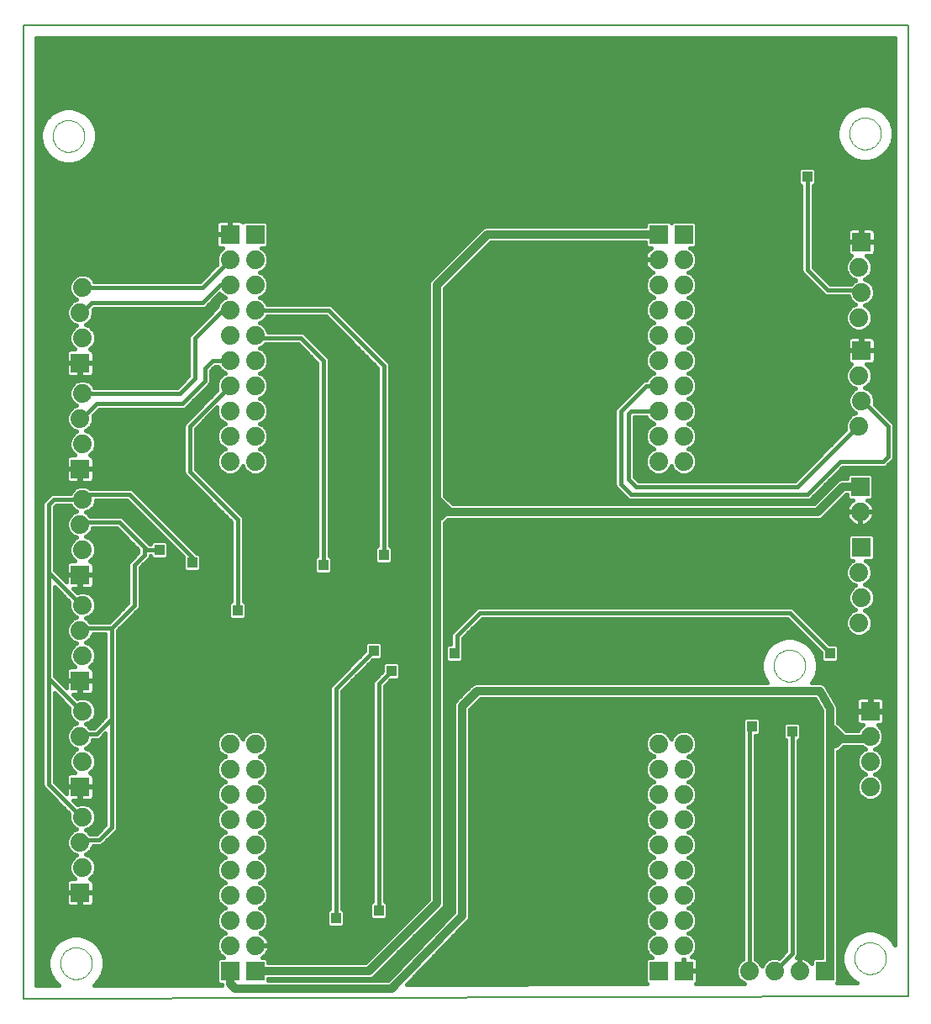
<source format=gbl>
G75*
%MOIN*%
%OFA0B0*%
%FSLAX24Y24*%
%IPPOS*%
%LPD*%
%AMOC8*
5,1,8,0,0,1.08239X$1,22.5*
%
%ADD10C,0.0080*%
%ADD11C,0.0000*%
%ADD12R,0.0740X0.0740*%
%ADD13C,0.0740*%
%ADD14C,0.0160*%
%ADD15C,0.0240*%
%ADD16R,0.0396X0.0396*%
%ADD17C,0.0320*%
D10*
X000280Y001387D02*
X000280Y039987D01*
X035380Y039987D01*
X035380Y001487D01*
X000280Y001387D01*
D11*
X001750Y002787D02*
X001752Y002837D01*
X001758Y002887D01*
X001768Y002936D01*
X001782Y002984D01*
X001799Y003031D01*
X001820Y003076D01*
X001845Y003120D01*
X001873Y003161D01*
X001905Y003200D01*
X001939Y003237D01*
X001976Y003271D01*
X002016Y003301D01*
X002058Y003328D01*
X002102Y003352D01*
X002148Y003373D01*
X002195Y003389D01*
X002243Y003402D01*
X002293Y003411D01*
X002342Y003416D01*
X002393Y003417D01*
X002443Y003414D01*
X002492Y003407D01*
X002541Y003396D01*
X002589Y003381D01*
X002635Y003363D01*
X002680Y003341D01*
X002723Y003315D01*
X002764Y003286D01*
X002803Y003254D01*
X002839Y003219D01*
X002871Y003181D01*
X002901Y003141D01*
X002928Y003098D01*
X002951Y003054D01*
X002970Y003008D01*
X002986Y002960D01*
X002998Y002911D01*
X003006Y002862D01*
X003010Y002812D01*
X003010Y002762D01*
X003006Y002712D01*
X002998Y002663D01*
X002986Y002614D01*
X002970Y002566D01*
X002951Y002520D01*
X002928Y002476D01*
X002901Y002433D01*
X002871Y002393D01*
X002839Y002355D01*
X002803Y002320D01*
X002764Y002288D01*
X002723Y002259D01*
X002680Y002233D01*
X002635Y002211D01*
X002589Y002193D01*
X002541Y002178D01*
X002492Y002167D01*
X002443Y002160D01*
X002393Y002157D01*
X002342Y002158D01*
X002293Y002163D01*
X002243Y002172D01*
X002195Y002185D01*
X002148Y002201D01*
X002102Y002222D01*
X002058Y002246D01*
X002016Y002273D01*
X001976Y002303D01*
X001939Y002337D01*
X001905Y002374D01*
X001873Y002413D01*
X001845Y002454D01*
X001820Y002498D01*
X001799Y002543D01*
X001782Y002590D01*
X001768Y002638D01*
X001758Y002687D01*
X001752Y002737D01*
X001750Y002787D01*
X030050Y014587D02*
X030052Y014637D01*
X030058Y014687D01*
X030068Y014736D01*
X030082Y014784D01*
X030099Y014831D01*
X030120Y014876D01*
X030145Y014920D01*
X030173Y014961D01*
X030205Y015000D01*
X030239Y015037D01*
X030276Y015071D01*
X030316Y015101D01*
X030358Y015128D01*
X030402Y015152D01*
X030448Y015173D01*
X030495Y015189D01*
X030543Y015202D01*
X030593Y015211D01*
X030642Y015216D01*
X030693Y015217D01*
X030743Y015214D01*
X030792Y015207D01*
X030841Y015196D01*
X030889Y015181D01*
X030935Y015163D01*
X030980Y015141D01*
X031023Y015115D01*
X031064Y015086D01*
X031103Y015054D01*
X031139Y015019D01*
X031171Y014981D01*
X031201Y014941D01*
X031228Y014898D01*
X031251Y014854D01*
X031270Y014808D01*
X031286Y014760D01*
X031298Y014711D01*
X031306Y014662D01*
X031310Y014612D01*
X031310Y014562D01*
X031306Y014512D01*
X031298Y014463D01*
X031286Y014414D01*
X031270Y014366D01*
X031251Y014320D01*
X031228Y014276D01*
X031201Y014233D01*
X031171Y014193D01*
X031139Y014155D01*
X031103Y014120D01*
X031064Y014088D01*
X031023Y014059D01*
X030980Y014033D01*
X030935Y014011D01*
X030889Y013993D01*
X030841Y013978D01*
X030792Y013967D01*
X030743Y013960D01*
X030693Y013957D01*
X030642Y013958D01*
X030593Y013963D01*
X030543Y013972D01*
X030495Y013985D01*
X030448Y014001D01*
X030402Y014022D01*
X030358Y014046D01*
X030316Y014073D01*
X030276Y014103D01*
X030239Y014137D01*
X030205Y014174D01*
X030173Y014213D01*
X030145Y014254D01*
X030120Y014298D01*
X030099Y014343D01*
X030082Y014390D01*
X030068Y014438D01*
X030058Y014487D01*
X030052Y014537D01*
X030050Y014587D01*
X033250Y002987D02*
X033252Y003037D01*
X033258Y003087D01*
X033268Y003136D01*
X033282Y003184D01*
X033299Y003231D01*
X033320Y003276D01*
X033345Y003320D01*
X033373Y003361D01*
X033405Y003400D01*
X033439Y003437D01*
X033476Y003471D01*
X033516Y003501D01*
X033558Y003528D01*
X033602Y003552D01*
X033648Y003573D01*
X033695Y003589D01*
X033743Y003602D01*
X033793Y003611D01*
X033842Y003616D01*
X033893Y003617D01*
X033943Y003614D01*
X033992Y003607D01*
X034041Y003596D01*
X034089Y003581D01*
X034135Y003563D01*
X034180Y003541D01*
X034223Y003515D01*
X034264Y003486D01*
X034303Y003454D01*
X034339Y003419D01*
X034371Y003381D01*
X034401Y003341D01*
X034428Y003298D01*
X034451Y003254D01*
X034470Y003208D01*
X034486Y003160D01*
X034498Y003111D01*
X034506Y003062D01*
X034510Y003012D01*
X034510Y002962D01*
X034506Y002912D01*
X034498Y002863D01*
X034486Y002814D01*
X034470Y002766D01*
X034451Y002720D01*
X034428Y002676D01*
X034401Y002633D01*
X034371Y002593D01*
X034339Y002555D01*
X034303Y002520D01*
X034264Y002488D01*
X034223Y002459D01*
X034180Y002433D01*
X034135Y002411D01*
X034089Y002393D01*
X034041Y002378D01*
X033992Y002367D01*
X033943Y002360D01*
X033893Y002357D01*
X033842Y002358D01*
X033793Y002363D01*
X033743Y002372D01*
X033695Y002385D01*
X033648Y002401D01*
X033602Y002422D01*
X033558Y002446D01*
X033516Y002473D01*
X033476Y002503D01*
X033439Y002537D01*
X033405Y002574D01*
X033373Y002613D01*
X033345Y002654D01*
X033320Y002698D01*
X033299Y002743D01*
X033282Y002790D01*
X033268Y002838D01*
X033258Y002887D01*
X033252Y002937D01*
X033250Y002987D01*
X033050Y035687D02*
X033052Y035737D01*
X033058Y035787D01*
X033068Y035836D01*
X033082Y035884D01*
X033099Y035931D01*
X033120Y035976D01*
X033145Y036020D01*
X033173Y036061D01*
X033205Y036100D01*
X033239Y036137D01*
X033276Y036171D01*
X033316Y036201D01*
X033358Y036228D01*
X033402Y036252D01*
X033448Y036273D01*
X033495Y036289D01*
X033543Y036302D01*
X033593Y036311D01*
X033642Y036316D01*
X033693Y036317D01*
X033743Y036314D01*
X033792Y036307D01*
X033841Y036296D01*
X033889Y036281D01*
X033935Y036263D01*
X033980Y036241D01*
X034023Y036215D01*
X034064Y036186D01*
X034103Y036154D01*
X034139Y036119D01*
X034171Y036081D01*
X034201Y036041D01*
X034228Y035998D01*
X034251Y035954D01*
X034270Y035908D01*
X034286Y035860D01*
X034298Y035811D01*
X034306Y035762D01*
X034310Y035712D01*
X034310Y035662D01*
X034306Y035612D01*
X034298Y035563D01*
X034286Y035514D01*
X034270Y035466D01*
X034251Y035420D01*
X034228Y035376D01*
X034201Y035333D01*
X034171Y035293D01*
X034139Y035255D01*
X034103Y035220D01*
X034064Y035188D01*
X034023Y035159D01*
X033980Y035133D01*
X033935Y035111D01*
X033889Y035093D01*
X033841Y035078D01*
X033792Y035067D01*
X033743Y035060D01*
X033693Y035057D01*
X033642Y035058D01*
X033593Y035063D01*
X033543Y035072D01*
X033495Y035085D01*
X033448Y035101D01*
X033402Y035122D01*
X033358Y035146D01*
X033316Y035173D01*
X033276Y035203D01*
X033239Y035237D01*
X033205Y035274D01*
X033173Y035313D01*
X033145Y035354D01*
X033120Y035398D01*
X033099Y035443D01*
X033082Y035490D01*
X033068Y035538D01*
X033058Y035587D01*
X033052Y035637D01*
X033050Y035687D01*
X001450Y035587D02*
X001452Y035637D01*
X001458Y035687D01*
X001468Y035736D01*
X001482Y035784D01*
X001499Y035831D01*
X001520Y035876D01*
X001545Y035920D01*
X001573Y035961D01*
X001605Y036000D01*
X001639Y036037D01*
X001676Y036071D01*
X001716Y036101D01*
X001758Y036128D01*
X001802Y036152D01*
X001848Y036173D01*
X001895Y036189D01*
X001943Y036202D01*
X001993Y036211D01*
X002042Y036216D01*
X002093Y036217D01*
X002143Y036214D01*
X002192Y036207D01*
X002241Y036196D01*
X002289Y036181D01*
X002335Y036163D01*
X002380Y036141D01*
X002423Y036115D01*
X002464Y036086D01*
X002503Y036054D01*
X002539Y036019D01*
X002571Y035981D01*
X002601Y035941D01*
X002628Y035898D01*
X002651Y035854D01*
X002670Y035808D01*
X002686Y035760D01*
X002698Y035711D01*
X002706Y035662D01*
X002710Y035612D01*
X002710Y035562D01*
X002706Y035512D01*
X002698Y035463D01*
X002686Y035414D01*
X002670Y035366D01*
X002651Y035320D01*
X002628Y035276D01*
X002601Y035233D01*
X002571Y035193D01*
X002539Y035155D01*
X002503Y035120D01*
X002464Y035088D01*
X002423Y035059D01*
X002380Y035033D01*
X002335Y035011D01*
X002289Y034993D01*
X002241Y034978D01*
X002192Y034967D01*
X002143Y034960D01*
X002093Y034957D01*
X002042Y034958D01*
X001993Y034963D01*
X001943Y034972D01*
X001895Y034985D01*
X001848Y035001D01*
X001802Y035022D01*
X001758Y035046D01*
X001716Y035073D01*
X001676Y035103D01*
X001639Y035137D01*
X001605Y035174D01*
X001573Y035213D01*
X001545Y035254D01*
X001520Y035298D01*
X001499Y035343D01*
X001482Y035390D01*
X001468Y035438D01*
X001458Y035487D01*
X001452Y035537D01*
X001450Y035587D01*
D12*
X008480Y031687D03*
X009480Y031687D03*
X002530Y026587D03*
X002530Y022387D03*
X002530Y018187D03*
X002530Y013987D03*
X002530Y009787D03*
X002530Y005587D03*
X008480Y002487D03*
X009480Y002487D03*
X025480Y002487D03*
X026480Y002487D03*
X032080Y002487D03*
X033880Y012787D03*
X033530Y019287D03*
X033480Y021687D03*
X033530Y027087D03*
X033530Y031387D03*
X026480Y031687D03*
X025480Y031687D03*
D13*
X025480Y030687D03*
X026480Y030687D03*
X026480Y029687D03*
X026480Y028687D03*
X025480Y028687D03*
X025480Y029687D03*
X025480Y027687D03*
X025480Y026687D03*
X026480Y026687D03*
X026480Y027687D03*
X026480Y025687D03*
X026480Y024687D03*
X025480Y024687D03*
X025480Y025687D03*
X025480Y023687D03*
X025480Y022687D03*
X026480Y022687D03*
X026480Y023687D03*
X033430Y024087D03*
X033530Y025087D03*
X033430Y026087D03*
X033430Y028387D03*
X033530Y029387D03*
X033430Y030387D03*
X033480Y020687D03*
X033430Y018287D03*
X033530Y017287D03*
X033430Y016287D03*
X033880Y011787D03*
X033880Y010787D03*
X033880Y009787D03*
X031080Y002487D03*
X030080Y002487D03*
X029080Y002487D03*
X026480Y003487D03*
X026480Y004487D03*
X026480Y005487D03*
X026480Y006487D03*
X026480Y007487D03*
X026480Y008487D03*
X026480Y009487D03*
X026480Y010487D03*
X026480Y011487D03*
X025480Y011487D03*
X025480Y010487D03*
X025480Y009487D03*
X025480Y008487D03*
X025480Y007487D03*
X025480Y006487D03*
X025480Y005487D03*
X025480Y004487D03*
X025480Y003487D03*
X009480Y003487D03*
X009480Y004487D03*
X009480Y005487D03*
X009480Y006487D03*
X009480Y007487D03*
X009480Y008487D03*
X009480Y009487D03*
X009480Y010487D03*
X009480Y011487D03*
X008480Y011487D03*
X008480Y010487D03*
X008480Y009487D03*
X008480Y008487D03*
X008480Y007487D03*
X008480Y006487D03*
X008480Y005487D03*
X008480Y004487D03*
X008480Y003487D03*
X002630Y006587D03*
X002530Y007587D03*
X002630Y008587D03*
X002630Y010787D03*
X002530Y011787D03*
X002630Y012787D03*
X002630Y014987D03*
X002530Y015987D03*
X002630Y016987D03*
X002630Y019187D03*
X002530Y020187D03*
X002630Y021187D03*
X002630Y023387D03*
X002530Y024387D03*
X002630Y025387D03*
X002630Y027587D03*
X002530Y028587D03*
X002630Y029587D03*
X008480Y029687D03*
X008480Y028687D03*
X009480Y028687D03*
X009480Y029687D03*
X009480Y030687D03*
X008480Y030687D03*
X008480Y027687D03*
X008480Y026687D03*
X009480Y026687D03*
X009480Y027687D03*
X009480Y025687D03*
X009480Y024687D03*
X008480Y024687D03*
X008480Y025687D03*
X008480Y023687D03*
X008480Y022687D03*
X009480Y022687D03*
X009480Y023687D03*
D14*
X009658Y024187D02*
X009780Y024136D01*
X009929Y023987D01*
X010010Y023792D01*
X010010Y023581D01*
X009929Y023386D01*
X009780Y023237D01*
X009658Y023187D01*
X009780Y023136D01*
X009929Y022987D01*
X010010Y022792D01*
X010010Y022581D01*
X009929Y022386D01*
X009780Y022237D01*
X009585Y022157D01*
X009375Y022157D01*
X009180Y022237D01*
X009031Y022386D01*
X008980Y022509D01*
X008929Y022386D01*
X008780Y022237D01*
X008585Y022157D01*
X008375Y022157D01*
X008180Y022237D01*
X008031Y022386D01*
X007950Y022581D01*
X007950Y022792D01*
X008031Y022987D01*
X008180Y023136D01*
X008302Y023187D01*
X008180Y023237D01*
X008031Y023386D01*
X007950Y023581D01*
X007950Y023792D01*
X008031Y023987D01*
X008180Y024136D01*
X008302Y024187D01*
X008180Y024237D01*
X008031Y024386D01*
X007950Y024581D01*
X007950Y024792D01*
X007968Y024835D01*
X007120Y023987D01*
X007120Y022386D01*
X008983Y020523D01*
X009020Y020434D01*
X009020Y017145D01*
X009044Y017145D01*
X009138Y017051D01*
X009138Y016522D01*
X009044Y016429D01*
X008516Y016429D01*
X008422Y016522D01*
X008422Y017051D01*
X008516Y017145D01*
X008540Y017145D01*
X008540Y020287D01*
X006744Y022083D01*
X006677Y022151D01*
X006640Y022239D01*
X006640Y024134D01*
X006677Y024223D01*
X007975Y025521D01*
X007950Y025581D01*
X007950Y025792D01*
X008031Y025987D01*
X008180Y026136D01*
X008302Y026187D01*
X008180Y026237D01*
X008031Y026386D01*
X008006Y026447D01*
X007879Y026447D01*
X007720Y026287D01*
X007720Y025839D01*
X007683Y025751D01*
X006783Y024851D01*
X006716Y024783D01*
X006628Y024747D01*
X003279Y024747D01*
X003050Y024517D01*
X003060Y024492D01*
X003060Y024281D01*
X002979Y024086D01*
X002830Y023937D01*
X002758Y023907D01*
X002930Y023836D01*
X003079Y023687D01*
X003160Y023492D01*
X003160Y023281D01*
X003079Y023086D01*
X002930Y022937D01*
X002927Y022936D01*
X002969Y022924D01*
X003011Y022901D01*
X003044Y022867D01*
X003068Y022826D01*
X003080Y022780D01*
X003080Y022407D01*
X002550Y022407D01*
X002550Y022367D01*
X003080Y022367D01*
X003080Y021993D01*
X003068Y021947D01*
X003044Y021906D01*
X003011Y021873D01*
X002969Y021849D01*
X002924Y021837D01*
X002550Y021837D01*
X002550Y022367D01*
X002510Y022367D01*
X001980Y022367D01*
X001980Y021993D01*
X001992Y021947D01*
X002016Y021906D01*
X002049Y021873D01*
X002091Y021849D01*
X002136Y021837D01*
X002510Y021837D01*
X002510Y022367D01*
X002510Y022407D01*
X001980Y022407D01*
X001980Y022780D01*
X001992Y022826D01*
X002016Y022867D01*
X002049Y022901D01*
X002091Y022924D01*
X002136Y022937D01*
X002331Y022937D01*
X002330Y022937D01*
X002181Y023086D01*
X002100Y023281D01*
X002100Y023492D01*
X002181Y023687D01*
X002330Y023836D01*
X002402Y023866D01*
X002230Y023937D01*
X002081Y024086D01*
X002000Y024281D01*
X002000Y024492D01*
X002081Y024687D01*
X002230Y024836D01*
X002402Y024907D01*
X002330Y024937D01*
X002181Y025086D01*
X002100Y025281D01*
X002100Y025492D01*
X002181Y025687D01*
X002330Y025836D01*
X002525Y025917D01*
X002735Y025917D01*
X002930Y025836D01*
X003079Y025687D01*
X003104Y025627D01*
X006381Y025627D01*
X006840Y026086D01*
X006840Y027634D01*
X006877Y027723D01*
X007377Y028223D01*
X007577Y028423D01*
X007953Y028799D01*
X008031Y028987D01*
X008180Y029136D01*
X008302Y029187D01*
X008180Y029237D01*
X008075Y029342D01*
X007583Y028851D01*
X007516Y028783D01*
X007428Y028747D01*
X003079Y028747D01*
X003050Y028717D01*
X003060Y028692D01*
X003060Y028481D01*
X002979Y028286D01*
X002830Y028137D01*
X002758Y028107D01*
X002930Y028036D01*
X003079Y027887D01*
X003160Y027692D01*
X003160Y027481D01*
X003079Y027286D01*
X002930Y027137D01*
X002927Y027136D01*
X002969Y027124D01*
X003011Y027101D01*
X003044Y027067D01*
X003068Y027026D01*
X003080Y026980D01*
X003080Y026607D01*
X002550Y026607D01*
X002550Y026567D01*
X003080Y026567D01*
X003080Y026193D01*
X003068Y026147D01*
X003044Y026106D01*
X003011Y026073D01*
X002969Y026049D01*
X002924Y026037D01*
X002550Y026037D01*
X002550Y026567D01*
X002510Y026567D01*
X001980Y026567D01*
X001980Y026193D01*
X001992Y026147D01*
X002016Y026106D01*
X002049Y026073D01*
X002091Y026049D01*
X002136Y026037D01*
X002510Y026037D01*
X002510Y026567D01*
X002510Y026607D01*
X001980Y026607D01*
X001980Y026980D01*
X001992Y027026D01*
X002016Y027067D01*
X002049Y027101D01*
X002091Y027124D01*
X002136Y027137D01*
X002331Y027137D01*
X002330Y027137D01*
X002181Y027286D01*
X002100Y027481D01*
X002100Y027692D01*
X002181Y027887D01*
X002330Y028036D01*
X002402Y028066D01*
X002230Y028137D01*
X002081Y028286D01*
X002000Y028481D01*
X002000Y028692D01*
X002081Y028887D01*
X002230Y029036D01*
X002402Y029107D01*
X002330Y029137D01*
X002181Y029286D01*
X002100Y029481D01*
X002100Y029692D01*
X002181Y029887D01*
X002330Y030036D01*
X002525Y030117D01*
X002735Y030117D01*
X002930Y030036D01*
X003079Y029887D01*
X003104Y029827D01*
X007281Y029827D01*
X007975Y030521D01*
X007950Y030581D01*
X007950Y030792D01*
X008031Y030987D01*
X008180Y031136D01*
X008181Y031137D01*
X008086Y031137D01*
X008041Y031149D01*
X007999Y031173D01*
X007966Y031206D01*
X007942Y031247D01*
X007930Y031293D01*
X007930Y031667D01*
X008460Y031667D01*
X008460Y031707D01*
X008460Y032237D01*
X008086Y032237D01*
X008041Y032224D01*
X007999Y032201D01*
X007966Y032167D01*
X007942Y032126D01*
X007930Y032080D01*
X007930Y031707D01*
X008460Y031707D01*
X008500Y031707D01*
X008500Y032237D01*
X008874Y032237D01*
X008919Y032224D01*
X008961Y032201D01*
X008994Y032167D01*
X008994Y032167D01*
X009044Y032217D01*
X009916Y032217D01*
X010010Y032123D01*
X010010Y031250D01*
X009916Y031157D01*
X009730Y031157D01*
X009780Y031136D01*
X009929Y030987D01*
X010010Y030792D01*
X010010Y030581D01*
X009929Y030386D01*
X009780Y030237D01*
X009658Y030187D01*
X009780Y030136D01*
X009929Y029987D01*
X010010Y029792D01*
X010010Y029581D01*
X009929Y029386D01*
X009780Y029237D01*
X009658Y029187D01*
X009780Y029136D01*
X009929Y028987D01*
X009954Y028927D01*
X012428Y028927D01*
X012516Y028890D01*
X012583Y028823D01*
X014783Y026623D01*
X014820Y026534D01*
X014820Y019345D01*
X014844Y019345D01*
X014938Y019251D01*
X014938Y018722D01*
X014844Y018629D01*
X014316Y018629D01*
X014222Y018722D01*
X014222Y019251D01*
X014316Y019345D01*
X014340Y019345D01*
X014340Y026387D01*
X012281Y028447D01*
X009954Y028447D01*
X009929Y028386D01*
X009780Y028237D01*
X009658Y028187D01*
X009780Y028136D01*
X009929Y027987D01*
X009996Y027827D01*
X011328Y027827D01*
X011416Y027790D01*
X011483Y027723D01*
X012383Y026823D01*
X012420Y026734D01*
X012420Y018945D01*
X012444Y018945D01*
X012538Y018851D01*
X012538Y018322D01*
X012444Y018229D01*
X011916Y018229D01*
X011822Y018322D01*
X011822Y018851D01*
X011916Y018945D01*
X011940Y018945D01*
X011940Y026587D01*
X011181Y027347D01*
X009890Y027347D01*
X009780Y027237D01*
X009658Y027187D01*
X009780Y027136D01*
X009929Y026987D01*
X010010Y026792D01*
X010010Y026581D01*
X009929Y026386D01*
X009780Y026237D01*
X009658Y026187D01*
X009780Y026136D01*
X009929Y025987D01*
X010010Y025792D01*
X010010Y025581D01*
X009929Y025386D01*
X009780Y025237D01*
X009658Y025187D01*
X009780Y025136D01*
X009929Y024987D01*
X010010Y024792D01*
X010010Y024581D01*
X009929Y024386D01*
X009780Y024237D01*
X009658Y024187D01*
X009741Y024152D02*
X011940Y024152D01*
X011940Y023994D02*
X009922Y023994D01*
X009992Y023835D02*
X011940Y023835D01*
X011940Y023677D02*
X010010Y023677D01*
X009984Y023518D02*
X011940Y023518D01*
X011940Y023360D02*
X009903Y023360D01*
X009693Y023201D02*
X011940Y023201D01*
X011940Y023043D02*
X009873Y023043D01*
X009972Y022884D02*
X011940Y022884D01*
X011940Y022726D02*
X010010Y022726D01*
X010004Y022567D02*
X011940Y022567D01*
X011940Y022409D02*
X009939Y022409D01*
X009793Y022250D02*
X011940Y022250D01*
X011940Y022092D02*
X007414Y022092D01*
X007256Y022250D02*
X008167Y022250D01*
X008021Y022409D02*
X007120Y022409D01*
X007120Y022567D02*
X007956Y022567D01*
X007950Y022726D02*
X007120Y022726D01*
X007120Y022884D02*
X007988Y022884D01*
X008087Y023043D02*
X007120Y023043D01*
X007120Y023201D02*
X008267Y023201D01*
X008057Y023360D02*
X007120Y023360D01*
X007120Y023518D02*
X007976Y023518D01*
X007950Y023677D02*
X007120Y023677D01*
X007120Y023835D02*
X007968Y023835D01*
X008038Y023994D02*
X007126Y023994D01*
X007285Y024152D02*
X008219Y024152D01*
X008106Y024311D02*
X007443Y024311D01*
X007602Y024469D02*
X007996Y024469D01*
X007950Y024628D02*
X007760Y024628D01*
X007919Y024786D02*
X007950Y024786D01*
X007557Y025103D02*
X007036Y025103D01*
X006877Y024945D02*
X007399Y024945D01*
X007240Y024786D02*
X006719Y024786D01*
X006580Y024987D02*
X003180Y024987D01*
X002580Y024387D01*
X003060Y024311D02*
X006765Y024311D01*
X006647Y024152D02*
X003007Y024152D01*
X002887Y023994D02*
X006640Y023994D01*
X006640Y023835D02*
X002931Y023835D01*
X003084Y023677D02*
X006640Y023677D01*
X006640Y023518D02*
X003149Y023518D01*
X003160Y023360D02*
X006640Y023360D01*
X006640Y023201D02*
X003127Y023201D01*
X003036Y023043D02*
X006640Y023043D01*
X006640Y022884D02*
X003027Y022884D01*
X003080Y022726D02*
X006640Y022726D01*
X006640Y022567D02*
X003080Y022567D01*
X003080Y022409D02*
X006640Y022409D01*
X006640Y022250D02*
X003080Y022250D01*
X003080Y022092D02*
X006736Y022092D01*
X006894Y021933D02*
X003060Y021933D01*
X002930Y021636D02*
X002735Y021717D01*
X002525Y021717D01*
X002330Y021636D01*
X002181Y021487D01*
X002156Y021427D01*
X001432Y021427D01*
X001344Y021390D01*
X001144Y021190D01*
X001077Y021123D01*
X001040Y021034D01*
X001040Y009839D01*
X001077Y009751D01*
X002110Y008717D01*
X002100Y008692D01*
X002100Y008481D01*
X002181Y008286D01*
X002330Y008137D01*
X002402Y008107D01*
X002230Y008036D01*
X002081Y007887D01*
X002000Y007692D01*
X002000Y007481D01*
X002081Y007286D01*
X002230Y007137D01*
X002402Y007066D01*
X002330Y007036D01*
X002181Y006887D01*
X002100Y006692D01*
X002100Y006481D01*
X002181Y006286D01*
X002330Y006137D01*
X002331Y006137D01*
X002136Y006137D01*
X002091Y006124D01*
X002049Y006101D01*
X002016Y006067D01*
X001992Y006026D01*
X001980Y005980D01*
X001980Y005607D01*
X002510Y005607D01*
X002510Y005567D01*
X001980Y005567D01*
X001980Y005193D01*
X001992Y005147D01*
X002016Y005106D01*
X002049Y005073D01*
X002091Y005049D01*
X002136Y005037D01*
X002510Y005037D01*
X002510Y005567D01*
X002550Y005567D01*
X002550Y005607D01*
X003080Y005607D01*
X003080Y005980D01*
X003068Y006026D01*
X003044Y006067D01*
X003011Y006101D01*
X002969Y006124D01*
X002927Y006136D01*
X002930Y006137D01*
X003079Y006286D01*
X003160Y006481D01*
X003160Y006692D01*
X003079Y006887D01*
X002930Y007036D01*
X002758Y007107D01*
X002830Y007137D01*
X002979Y007286D01*
X003046Y007447D01*
X003328Y007447D01*
X003416Y007483D01*
X003483Y007551D01*
X003983Y008051D01*
X004020Y008139D01*
X004020Y015987D01*
X004883Y016851D01*
X004920Y016939D01*
X004920Y018487D01*
X005283Y018851D01*
X005320Y018939D01*
X005320Y018947D01*
X005322Y018947D01*
X005322Y018922D01*
X005416Y018829D01*
X005944Y018829D01*
X006038Y018922D01*
X006038Y019451D01*
X005944Y019545D01*
X005416Y019545D01*
X005322Y019451D01*
X005322Y019427D01*
X005279Y019427D01*
X004283Y020423D01*
X004216Y020490D01*
X004128Y020527D01*
X002940Y020527D01*
X002830Y020636D01*
X002758Y020666D01*
X002930Y020737D01*
X003079Y020886D01*
X003160Y021081D01*
X003160Y021147D01*
X004381Y021147D01*
X006622Y018905D01*
X006622Y018422D01*
X006716Y018329D01*
X007244Y018329D01*
X007338Y018422D01*
X007338Y018951D01*
X007244Y019045D01*
X007161Y019045D01*
X004683Y021523D01*
X004616Y021590D01*
X004528Y021627D01*
X002940Y021627D01*
X002930Y021636D01*
X002880Y021387D02*
X002680Y021187D01*
X001480Y021187D01*
X001280Y020987D01*
X001280Y018287D01*
X001280Y014087D01*
X001280Y009887D01*
X002580Y008587D01*
X002174Y008302D02*
X000800Y008302D01*
X000800Y008144D02*
X002323Y008144D01*
X002179Y007985D02*
X000800Y007985D01*
X000800Y007827D02*
X002056Y007827D01*
X002000Y007668D02*
X000800Y007668D01*
X000800Y007510D02*
X002000Y007510D01*
X002054Y007351D02*
X000800Y007351D01*
X000800Y007193D02*
X002174Y007193D01*
X002328Y007034D02*
X000800Y007034D01*
X000800Y006876D02*
X002176Y006876D01*
X002110Y006717D02*
X000800Y006717D01*
X000800Y006559D02*
X002100Y006559D01*
X002134Y006400D02*
X000800Y006400D01*
X000800Y006242D02*
X002225Y006242D01*
X002032Y006083D02*
X000800Y006083D01*
X000800Y005925D02*
X001980Y005925D01*
X001980Y005766D02*
X000800Y005766D01*
X000800Y005608D02*
X001980Y005608D01*
X001980Y005449D02*
X000800Y005449D01*
X000800Y005291D02*
X001980Y005291D01*
X002001Y005132D02*
X000800Y005132D01*
X000800Y004974D02*
X008271Y004974D01*
X008302Y004987D02*
X008180Y004936D01*
X008031Y004787D01*
X007950Y004592D01*
X007950Y004381D01*
X008031Y004186D01*
X008180Y004037D01*
X008302Y003987D01*
X008180Y003936D01*
X008031Y003787D01*
X007950Y003592D01*
X007950Y003381D01*
X008031Y003186D01*
X008180Y003037D01*
X008230Y003017D01*
X008044Y003017D01*
X007950Y002923D01*
X007950Y002050D01*
X008044Y001957D01*
X008160Y001957D01*
X008160Y001929D01*
X003078Y001915D01*
X003268Y002105D01*
X003414Y002358D01*
X003490Y002641D01*
X003490Y002933D01*
X003414Y003215D01*
X003268Y003468D01*
X003062Y003675D01*
X002808Y003821D01*
X002526Y003897D01*
X002234Y003897D01*
X001952Y003821D01*
X001698Y003675D01*
X001492Y003468D01*
X001346Y003215D01*
X001270Y002933D01*
X001270Y002641D01*
X001346Y002358D01*
X001492Y002105D01*
X001686Y001911D01*
X000800Y001908D01*
X000800Y039467D01*
X034860Y039467D01*
X034860Y003509D01*
X034768Y003668D01*
X034562Y003875D01*
X034308Y004021D01*
X034026Y004097D01*
X033734Y004097D01*
X033452Y004021D01*
X033198Y003875D01*
X032992Y003668D01*
X032846Y003415D01*
X032770Y003133D01*
X032770Y002841D01*
X032846Y002558D01*
X032992Y002305D01*
X033198Y002099D01*
X033367Y002001D01*
X032558Y001999D01*
X032610Y002050D01*
X032610Y002923D01*
X032600Y002933D01*
X032600Y011190D01*
X032661Y011215D01*
X032813Y011367D01*
X033550Y011367D01*
X033580Y011337D01*
X033702Y011287D01*
X033580Y011236D01*
X033431Y011087D01*
X033350Y010892D01*
X033350Y010681D01*
X033431Y010486D01*
X033580Y010337D01*
X033702Y010287D01*
X033580Y010236D01*
X033431Y010087D01*
X033350Y009892D01*
X033350Y009681D01*
X033431Y009486D01*
X033580Y009337D01*
X033775Y009257D01*
X033985Y009257D01*
X034180Y009337D01*
X034329Y009486D01*
X034410Y009681D01*
X034410Y009892D01*
X034329Y010087D01*
X034180Y010236D01*
X034058Y010287D01*
X034180Y010337D01*
X034329Y010486D01*
X034410Y010681D01*
X034410Y010892D01*
X034329Y011087D01*
X034180Y011236D01*
X034058Y011287D01*
X034180Y011337D01*
X034329Y011486D01*
X034410Y011681D01*
X034410Y011892D01*
X034329Y012087D01*
X034180Y012236D01*
X034179Y012237D01*
X034274Y012237D01*
X034319Y012249D01*
X034361Y012273D01*
X034394Y012306D01*
X034418Y012347D01*
X034430Y012393D01*
X034430Y012767D01*
X033900Y012767D01*
X033900Y012807D01*
X033860Y012807D01*
X033860Y013337D01*
X033486Y013337D01*
X033441Y013324D01*
X033399Y013301D01*
X033366Y013267D01*
X033342Y013226D01*
X033330Y013180D01*
X033330Y012807D01*
X033860Y012807D01*
X033860Y012767D01*
X033330Y012767D01*
X033330Y012393D01*
X033342Y012347D01*
X033366Y012306D01*
X033399Y012273D01*
X033441Y012249D01*
X033486Y012237D01*
X033581Y012237D01*
X033580Y012236D01*
X033431Y012087D01*
X033397Y012007D01*
X032913Y012007D01*
X032651Y012268D01*
X032600Y012319D01*
X032600Y012844D01*
X032605Y012864D01*
X032600Y012907D01*
X032600Y012950D01*
X032592Y012970D01*
X032589Y012990D01*
X032568Y013028D01*
X032551Y013068D01*
X032537Y013083D01*
X032168Y013728D01*
X032151Y013768D01*
X032137Y013783D01*
X032126Y013801D01*
X032092Y013827D01*
X032061Y013858D01*
X032042Y013866D01*
X032026Y013879D01*
X031984Y013890D01*
X031944Y013907D01*
X031923Y013907D01*
X031903Y013912D01*
X031860Y013907D01*
X031569Y013907D01*
X031714Y014158D01*
X031790Y014441D01*
X031790Y014733D01*
X031714Y015015D01*
X031568Y015268D01*
X031362Y015475D01*
X031108Y015621D01*
X030826Y015697D01*
X030534Y015697D01*
X030252Y015621D01*
X029998Y015475D01*
X029792Y015268D01*
X029646Y015015D01*
X029570Y014733D01*
X029570Y014441D01*
X029646Y014158D01*
X029791Y013907D01*
X018216Y013907D01*
X018099Y013858D01*
X018009Y013768D01*
X017409Y013168D01*
X017360Y013050D01*
X017360Y004816D01*
X014752Y002111D01*
X014747Y002107D01*
X010010Y002107D01*
X010010Y002167D01*
X014044Y002167D01*
X014161Y002215D01*
X016861Y004915D01*
X016951Y005005D01*
X017000Y005123D01*
X017000Y020254D01*
X017113Y020367D01*
X031844Y020367D01*
X031961Y020415D01*
X032051Y020505D01*
X032913Y021367D01*
X032950Y021367D01*
X032950Y021250D01*
X033044Y021157D01*
X033191Y021157D01*
X033122Y021106D01*
X033060Y021045D01*
X033010Y020975D01*
X032970Y020898D01*
X032944Y020815D01*
X032930Y020730D01*
X032930Y020707D01*
X033460Y020707D01*
X033460Y020667D01*
X032930Y020667D01*
X032930Y020643D01*
X032944Y020558D01*
X032970Y020476D01*
X033010Y020398D01*
X033060Y020328D01*
X033122Y020267D01*
X033192Y020216D01*
X033269Y020177D01*
X033351Y020150D01*
X033437Y020137D01*
X033460Y020137D01*
X033460Y020667D01*
X033500Y020667D01*
X033500Y020707D01*
X034030Y020707D01*
X034030Y020730D01*
X034016Y020815D01*
X033990Y020898D01*
X033950Y020975D01*
X033900Y021045D01*
X033838Y021106D01*
X033769Y021157D01*
X033916Y021157D01*
X034010Y021250D01*
X034010Y022123D01*
X033916Y022217D01*
X033044Y022217D01*
X032950Y022123D01*
X032950Y022007D01*
X032716Y022007D01*
X032599Y021958D01*
X031647Y021007D01*
X017313Y021007D01*
X017000Y021319D01*
X017000Y029554D01*
X018813Y031367D01*
X024950Y031367D01*
X024950Y031250D01*
X025044Y031157D01*
X025191Y031157D01*
X025122Y031106D01*
X025060Y031045D01*
X025010Y030975D01*
X024970Y030898D01*
X024944Y030815D01*
X024930Y030730D01*
X024930Y030707D01*
X025460Y030707D01*
X025460Y030667D01*
X024930Y030667D01*
X024930Y030643D01*
X024944Y030558D01*
X024970Y030476D01*
X025010Y030398D01*
X025060Y030328D01*
X025122Y030267D01*
X025192Y030216D01*
X025269Y030177D01*
X025274Y030175D01*
X017621Y030175D01*
X017463Y030017D02*
X025061Y030017D01*
X025031Y029987D02*
X024950Y029792D01*
X024950Y029581D01*
X025031Y029386D01*
X025180Y029237D01*
X025302Y029187D01*
X025180Y029136D01*
X025031Y028987D01*
X024950Y028792D01*
X024950Y028581D01*
X025031Y028386D01*
X025180Y028237D01*
X025302Y028187D01*
X025180Y028136D01*
X025031Y027987D01*
X024950Y027792D01*
X024950Y027581D01*
X025031Y027386D01*
X025180Y027237D01*
X025302Y027187D01*
X025180Y027136D01*
X025031Y026987D01*
X024950Y026792D01*
X024950Y026581D01*
X025031Y026386D01*
X025180Y026237D01*
X025302Y026187D01*
X025180Y026136D01*
X025031Y025987D01*
X025006Y025927D01*
X024932Y025927D01*
X024844Y025890D01*
X023844Y024890D01*
X023777Y024823D01*
X023740Y024734D01*
X023740Y021739D01*
X023777Y021651D01*
X023844Y021583D01*
X023844Y021583D01*
X024177Y021251D01*
X024177Y021251D01*
X024244Y021183D01*
X024332Y021147D01*
X031428Y021147D01*
X031516Y021183D01*
X032779Y022447D01*
X034428Y022447D01*
X034516Y022483D01*
X034716Y022683D01*
X034783Y022751D01*
X034820Y022839D01*
X034820Y024134D01*
X034783Y024223D01*
X034050Y024956D01*
X034060Y024981D01*
X034060Y025192D01*
X033979Y025387D01*
X033830Y025536D01*
X033658Y025607D01*
X033730Y025637D01*
X033879Y025786D01*
X033960Y025981D01*
X033960Y026192D01*
X033879Y026387D01*
X033730Y026536D01*
X033729Y026537D01*
X033924Y026537D01*
X033969Y026549D01*
X034011Y026573D01*
X034044Y026606D01*
X034068Y026647D01*
X034080Y026693D01*
X034080Y027067D01*
X033550Y027067D01*
X033550Y027107D01*
X033510Y027107D01*
X033510Y027637D01*
X033136Y027637D01*
X033091Y027624D01*
X033049Y027601D01*
X033016Y027567D01*
X032992Y027526D01*
X032980Y027480D01*
X032980Y027107D01*
X033510Y027107D01*
X033510Y027067D01*
X032980Y027067D01*
X032980Y026693D01*
X032992Y026647D01*
X033016Y026606D01*
X033049Y026573D01*
X033091Y026549D01*
X033133Y026537D01*
X033130Y026536D01*
X032981Y026387D01*
X032900Y026192D01*
X032900Y025981D01*
X032981Y025786D01*
X033130Y025637D01*
X033302Y025566D01*
X033230Y025536D01*
X033081Y025387D01*
X033000Y025192D01*
X033000Y024981D01*
X033081Y024786D01*
X027010Y024786D01*
X027010Y024792D02*
X026929Y024987D01*
X026780Y025136D01*
X026658Y025187D01*
X026780Y025237D01*
X026929Y025386D01*
X027010Y025581D01*
X027010Y025792D01*
X026929Y025987D01*
X026780Y026136D01*
X026658Y026187D01*
X026780Y026237D01*
X026929Y026386D01*
X027010Y026581D01*
X027010Y026792D01*
X026929Y026987D01*
X026780Y027136D01*
X026658Y027187D01*
X026780Y027237D01*
X026929Y027386D01*
X027010Y027581D01*
X027010Y027792D01*
X026929Y027987D01*
X026780Y028136D01*
X026658Y028187D01*
X026780Y028237D01*
X026929Y028386D01*
X027010Y028581D01*
X027010Y028792D01*
X026929Y028987D01*
X026780Y029136D01*
X026658Y029187D01*
X026780Y029237D01*
X026929Y029386D01*
X027010Y029581D01*
X027010Y029792D01*
X026929Y029987D01*
X026780Y030136D01*
X026658Y030187D01*
X026780Y030237D01*
X026929Y030386D01*
X027010Y030581D01*
X027010Y030792D01*
X026929Y030987D01*
X026780Y031136D01*
X026730Y031157D01*
X026916Y031157D01*
X027010Y031250D01*
X027010Y032123D01*
X026916Y032217D01*
X026044Y032217D01*
X025980Y032153D01*
X025916Y032217D01*
X025044Y032217D01*
X024950Y032123D01*
X024950Y032007D01*
X018616Y032007D01*
X018499Y031958D01*
X016499Y029958D01*
X016409Y029868D01*
X016360Y029750D01*
X016360Y005319D01*
X013847Y002807D01*
X010010Y002807D01*
X010010Y002923D01*
X009916Y003017D01*
X009769Y003017D01*
X009838Y003067D01*
X009900Y003128D01*
X009950Y003198D01*
X009990Y003276D01*
X010016Y003358D01*
X010030Y003443D01*
X010030Y003467D01*
X009500Y003467D01*
X009500Y003507D01*
X010030Y003507D01*
X010030Y003530D01*
X010016Y003615D01*
X009990Y003698D01*
X009950Y003775D01*
X009900Y003845D01*
X009838Y003906D01*
X009768Y003957D01*
X009691Y003996D01*
X009686Y003998D01*
X009780Y004037D01*
X009929Y004186D01*
X010010Y004381D01*
X010010Y004592D01*
X009929Y004787D01*
X009780Y004936D01*
X009658Y004987D01*
X009780Y005037D01*
X009929Y005186D01*
X010010Y005381D01*
X010010Y005592D01*
X009929Y005787D01*
X009780Y005936D01*
X009658Y005987D01*
X009780Y006037D01*
X009929Y006186D01*
X010010Y006381D01*
X010010Y006592D01*
X009929Y006787D01*
X009780Y006936D01*
X009658Y006987D01*
X009780Y007037D01*
X009929Y007186D01*
X010010Y007381D01*
X010010Y007592D01*
X009929Y007787D01*
X009780Y007936D01*
X009658Y007987D01*
X009780Y008037D01*
X009929Y008186D01*
X010010Y008381D01*
X010010Y008592D01*
X009929Y008787D01*
X009780Y008936D01*
X009658Y008987D01*
X009780Y009037D01*
X009929Y009186D01*
X010010Y009381D01*
X010010Y009592D01*
X009929Y009787D01*
X009780Y009936D01*
X009658Y009987D01*
X009780Y010037D01*
X009929Y010186D01*
X010010Y010381D01*
X010010Y010592D01*
X009929Y010787D01*
X009780Y010936D01*
X009658Y010987D01*
X009780Y011037D01*
X009929Y011186D01*
X010010Y011381D01*
X010010Y011592D01*
X009929Y011787D01*
X009780Y011936D01*
X009585Y012017D01*
X009375Y012017D01*
X009180Y011936D01*
X009031Y011787D01*
X008980Y011665D01*
X008929Y011787D01*
X008780Y011936D01*
X008585Y012017D01*
X008375Y012017D01*
X008180Y011936D01*
X008031Y011787D01*
X007950Y011592D01*
X007950Y011381D01*
X008031Y011186D01*
X008180Y011037D01*
X008302Y010987D01*
X008180Y010936D01*
X008031Y010787D01*
X007950Y010592D01*
X007950Y010381D01*
X008031Y010186D01*
X008180Y010037D01*
X008302Y009987D01*
X008180Y009936D01*
X008031Y009787D01*
X007950Y009592D01*
X007950Y009381D01*
X008031Y009186D01*
X008180Y009037D01*
X008302Y008987D01*
X008180Y008936D01*
X008031Y008787D01*
X007950Y008592D01*
X007950Y008381D01*
X008031Y008186D01*
X008180Y008037D01*
X008302Y007987D01*
X008180Y007936D01*
X008031Y007787D01*
X007950Y007592D01*
X007950Y007381D01*
X008031Y007186D01*
X008180Y007037D01*
X008302Y006987D01*
X008180Y006936D01*
X008031Y006787D01*
X007950Y006592D01*
X007950Y006381D01*
X008031Y006186D01*
X008180Y006037D01*
X008302Y005987D01*
X008180Y005936D01*
X008031Y005787D01*
X007950Y005592D01*
X007950Y005381D01*
X008031Y005186D01*
X008180Y005037D01*
X008302Y004987D01*
X008085Y005132D02*
X003059Y005132D01*
X003068Y005147D02*
X003080Y005193D01*
X003080Y005567D01*
X002550Y005567D01*
X002550Y005037D01*
X002924Y005037D01*
X002969Y005049D01*
X003011Y005073D01*
X003044Y005106D01*
X003068Y005147D01*
X003080Y005291D02*
X007988Y005291D01*
X007950Y005449D02*
X003080Y005449D01*
X003080Y005608D02*
X007956Y005608D01*
X008022Y005766D02*
X003080Y005766D01*
X003080Y005925D02*
X008168Y005925D01*
X008134Y006083D02*
X003028Y006083D01*
X003035Y006242D02*
X008008Y006242D01*
X007950Y006400D02*
X003126Y006400D01*
X003160Y006559D02*
X007950Y006559D01*
X008002Y006717D02*
X003150Y006717D01*
X003084Y006876D02*
X008119Y006876D01*
X008187Y007034D02*
X002932Y007034D01*
X002886Y007193D02*
X008028Y007193D01*
X007962Y007351D02*
X003006Y007351D01*
X003280Y007687D02*
X002680Y007687D01*
X002580Y007587D01*
X002940Y007927D02*
X002830Y008036D01*
X002758Y008066D01*
X002930Y008137D01*
X003079Y008286D01*
X003160Y008481D01*
X003160Y008692D01*
X003079Y008887D01*
X002930Y009036D01*
X002735Y009117D01*
X002525Y009117D01*
X002429Y009077D01*
X002269Y009237D01*
X002510Y009237D01*
X002510Y009767D01*
X001980Y009767D01*
X001980Y009526D01*
X001520Y009986D01*
X001520Y013507D01*
X002110Y012917D01*
X002100Y012892D01*
X002100Y012681D01*
X002181Y012486D01*
X002330Y012337D01*
X002402Y012307D01*
X002230Y012236D01*
X002081Y012087D01*
X002000Y011892D01*
X002000Y011681D01*
X002081Y011486D01*
X002230Y011337D01*
X002402Y011266D01*
X002330Y011236D01*
X002181Y011087D01*
X002100Y010892D01*
X002100Y010681D01*
X002181Y010486D01*
X002330Y010337D01*
X002331Y010337D01*
X002136Y010337D01*
X002091Y010324D01*
X002049Y010301D01*
X002016Y010267D01*
X001992Y010226D01*
X001980Y010180D01*
X001980Y009807D01*
X002510Y009807D01*
X002510Y009767D01*
X002550Y009767D01*
X002550Y009807D01*
X003080Y009807D01*
X003080Y010180D01*
X003068Y010226D01*
X003044Y010267D01*
X003011Y010301D01*
X002969Y010324D01*
X002927Y010336D01*
X002930Y010337D01*
X003079Y010486D01*
X003160Y010681D01*
X003160Y010892D01*
X003079Y011087D01*
X002930Y011236D01*
X002758Y011307D01*
X002830Y011337D01*
X002979Y011486D01*
X003046Y011647D01*
X003228Y011647D01*
X003316Y011683D01*
X003383Y011751D01*
X003540Y011907D01*
X003540Y008286D01*
X003181Y007927D01*
X002940Y007927D01*
X002881Y007985D02*
X003239Y007985D01*
X003398Y008144D02*
X002937Y008144D01*
X003086Y008302D02*
X003540Y008302D01*
X003540Y008461D02*
X003151Y008461D01*
X003160Y008619D02*
X003540Y008619D01*
X003540Y008778D02*
X003125Y008778D01*
X003030Y008936D02*
X003540Y008936D01*
X003540Y009095D02*
X002789Y009095D01*
X002924Y009237D02*
X002550Y009237D01*
X002550Y009767D01*
X003080Y009767D01*
X003080Y009393D01*
X003068Y009347D01*
X003044Y009306D01*
X003011Y009273D01*
X002969Y009249D01*
X002924Y009237D01*
X002977Y009253D02*
X003540Y009253D01*
X003540Y009412D02*
X003080Y009412D01*
X003080Y009570D02*
X003540Y009570D01*
X003540Y009729D02*
X003080Y009729D01*
X003080Y009887D02*
X003540Y009887D01*
X003540Y010046D02*
X003080Y010046D01*
X003074Y010204D02*
X003540Y010204D01*
X003540Y010363D02*
X002956Y010363D01*
X003094Y010521D02*
X003540Y010521D01*
X003540Y010680D02*
X003159Y010680D01*
X003160Y010838D02*
X003540Y010838D01*
X003540Y010997D02*
X003117Y010997D01*
X003011Y011155D02*
X003540Y011155D01*
X003540Y011314D02*
X002773Y011314D01*
X002965Y011472D02*
X003540Y011472D01*
X003540Y011631D02*
X003039Y011631D01*
X003180Y011887D02*
X002580Y011887D01*
X002480Y011787D01*
X002000Y011789D02*
X001520Y011789D01*
X001520Y011631D02*
X002021Y011631D01*
X002095Y011472D02*
X001520Y011472D01*
X001520Y011314D02*
X002287Y011314D01*
X002249Y011155D02*
X001520Y011155D01*
X001520Y010997D02*
X002143Y010997D01*
X002100Y010838D02*
X001520Y010838D01*
X001520Y010680D02*
X002101Y010680D01*
X002166Y010521D02*
X001520Y010521D01*
X001520Y010363D02*
X002304Y010363D01*
X001986Y010204D02*
X001520Y010204D01*
X001520Y010046D02*
X001980Y010046D01*
X001980Y009887D02*
X001619Y009887D01*
X001777Y009729D02*
X001980Y009729D01*
X001980Y009570D02*
X001936Y009570D01*
X001574Y009253D02*
X000800Y009253D01*
X000800Y009095D02*
X001733Y009095D01*
X001891Y008936D02*
X000800Y008936D01*
X000800Y008778D02*
X002050Y008778D01*
X002100Y008619D02*
X000800Y008619D01*
X000800Y008461D02*
X002109Y008461D01*
X002411Y009095D02*
X002471Y009095D01*
X002510Y009253D02*
X002550Y009253D01*
X002550Y009412D02*
X002510Y009412D01*
X002510Y009570D02*
X002550Y009570D01*
X002550Y009729D02*
X002510Y009729D01*
X001416Y009412D02*
X000800Y009412D01*
X000800Y009570D02*
X001257Y009570D01*
X001099Y009729D02*
X000800Y009729D01*
X000800Y009887D02*
X001040Y009887D01*
X001040Y010046D02*
X000800Y010046D01*
X000800Y010204D02*
X001040Y010204D01*
X001040Y010363D02*
X000800Y010363D01*
X000800Y010521D02*
X001040Y010521D01*
X001040Y010680D02*
X000800Y010680D01*
X000800Y010838D02*
X001040Y010838D01*
X001040Y010997D02*
X000800Y010997D01*
X000800Y011155D02*
X001040Y011155D01*
X001040Y011314D02*
X000800Y011314D01*
X000800Y011472D02*
X001040Y011472D01*
X001040Y011631D02*
X000800Y011631D01*
X000800Y011789D02*
X001040Y011789D01*
X001040Y011948D02*
X000800Y011948D01*
X000800Y012106D02*
X001040Y012106D01*
X001040Y012265D02*
X000800Y012265D01*
X000800Y012423D02*
X001040Y012423D01*
X001040Y012582D02*
X000800Y012582D01*
X000800Y012740D02*
X001040Y012740D01*
X001040Y012899D02*
X000800Y012899D01*
X000800Y013057D02*
X001040Y013057D01*
X001040Y013216D02*
X000800Y013216D01*
X000800Y013374D02*
X001040Y013374D01*
X001040Y013533D02*
X000800Y013533D01*
X000800Y013691D02*
X001040Y013691D01*
X001040Y013850D02*
X000800Y013850D01*
X000800Y014008D02*
X001040Y014008D01*
X001040Y014167D02*
X000800Y014167D01*
X000800Y014325D02*
X001040Y014325D01*
X001040Y014484D02*
X000800Y014484D01*
X000800Y014642D02*
X001040Y014642D01*
X001040Y014801D02*
X000800Y014801D01*
X000800Y014959D02*
X001040Y014959D01*
X001040Y015118D02*
X000800Y015118D01*
X000800Y015276D02*
X001040Y015276D01*
X001040Y015435D02*
X000800Y015435D01*
X000800Y015593D02*
X001040Y015593D01*
X001040Y015752D02*
X000800Y015752D01*
X000800Y015910D02*
X001040Y015910D01*
X001040Y016069D02*
X000800Y016069D01*
X000800Y016227D02*
X001040Y016227D01*
X001040Y016386D02*
X000800Y016386D01*
X000800Y016544D02*
X001040Y016544D01*
X001040Y016703D02*
X000800Y016703D01*
X000800Y016861D02*
X001040Y016861D01*
X001040Y017020D02*
X000800Y017020D01*
X000800Y017178D02*
X001040Y017178D01*
X001040Y017337D02*
X000800Y017337D01*
X000800Y017495D02*
X001040Y017495D01*
X001040Y017654D02*
X000800Y017654D01*
X000800Y017812D02*
X001040Y017812D01*
X001040Y017971D02*
X000800Y017971D01*
X000800Y018129D02*
X001040Y018129D01*
X001040Y018288D02*
X000800Y018288D01*
X000800Y018446D02*
X001040Y018446D01*
X001040Y018605D02*
X000800Y018605D01*
X000800Y018763D02*
X001040Y018763D01*
X001040Y018922D02*
X000800Y018922D01*
X000800Y019080D02*
X001040Y019080D01*
X001040Y019239D02*
X000800Y019239D01*
X000800Y019397D02*
X001040Y019397D01*
X001040Y019556D02*
X000800Y019556D01*
X000800Y019714D02*
X001040Y019714D01*
X001040Y019873D02*
X000800Y019873D01*
X000800Y020031D02*
X001040Y020031D01*
X001040Y020190D02*
X000800Y020190D01*
X000800Y020348D02*
X001040Y020348D01*
X001040Y020507D02*
X000800Y020507D01*
X000800Y020665D02*
X001040Y020665D01*
X001040Y020824D02*
X000800Y020824D01*
X000800Y020982D02*
X001040Y020982D01*
X001095Y021141D02*
X000800Y021141D01*
X000800Y021299D02*
X001253Y021299D01*
X000800Y021458D02*
X002169Y021458D01*
X002310Y021616D02*
X000800Y021616D01*
X000800Y021775D02*
X007053Y021775D01*
X007211Y021616D02*
X004553Y021616D01*
X004480Y021387D02*
X002880Y021387D01*
X003160Y021141D02*
X004387Y021141D01*
X004545Y020982D02*
X003119Y020982D01*
X003017Y020824D02*
X004704Y020824D01*
X004862Y020665D02*
X002760Y020665D01*
X002402Y020707D02*
X002230Y020636D01*
X002081Y020487D01*
X002000Y020292D01*
X002000Y020081D01*
X002081Y019886D01*
X002230Y019737D01*
X002402Y019666D01*
X002330Y019636D01*
X002181Y019487D01*
X002100Y019292D01*
X002100Y019081D01*
X002181Y018886D01*
X002330Y018737D01*
X002331Y018737D01*
X002136Y018737D01*
X002091Y018724D01*
X002049Y018701D01*
X002016Y018667D01*
X001992Y018626D01*
X001980Y018580D01*
X001980Y018207D01*
X002510Y018207D01*
X002510Y018167D01*
X001980Y018167D01*
X001980Y017926D01*
X001520Y018386D01*
X001520Y020887D01*
X001579Y020947D01*
X002156Y020947D01*
X002181Y020886D01*
X002330Y020737D01*
X002402Y020707D01*
X002300Y020665D02*
X001520Y020665D01*
X001520Y020507D02*
X002100Y020507D01*
X002023Y020348D02*
X001520Y020348D01*
X001520Y020190D02*
X002000Y020190D01*
X002021Y020031D02*
X001520Y020031D01*
X001520Y019873D02*
X002094Y019873D01*
X002286Y019714D02*
X001520Y019714D01*
X001520Y019556D02*
X002249Y019556D01*
X002144Y019397D02*
X001520Y019397D01*
X001520Y019239D02*
X002100Y019239D01*
X002100Y019080D02*
X001520Y019080D01*
X001520Y018922D02*
X002166Y018922D01*
X002304Y018763D02*
X001520Y018763D01*
X001520Y018605D02*
X001987Y018605D01*
X001980Y018446D02*
X001520Y018446D01*
X001618Y018288D02*
X001980Y018288D01*
X001980Y018129D02*
X001777Y018129D01*
X001935Y017971D02*
X001980Y017971D01*
X002269Y017637D02*
X002510Y017637D01*
X002510Y018167D01*
X002550Y018167D01*
X002550Y018207D01*
X003080Y018207D01*
X003080Y018580D01*
X003068Y018626D01*
X003044Y018667D01*
X003011Y018701D01*
X002969Y018724D01*
X002927Y018736D01*
X002930Y018737D01*
X003079Y018886D01*
X003160Y019081D01*
X003160Y019292D01*
X003079Y019487D01*
X002930Y019636D01*
X002758Y019707D01*
X002830Y019737D01*
X002979Y019886D01*
X003046Y020047D01*
X003981Y020047D01*
X004840Y019187D01*
X004840Y019086D01*
X004544Y018790D01*
X004477Y018723D01*
X004440Y018634D01*
X004440Y017086D01*
X003681Y016327D01*
X002940Y016327D01*
X002830Y016436D01*
X002758Y016466D01*
X002930Y016537D01*
X003079Y016686D01*
X003160Y016881D01*
X003160Y017092D01*
X003079Y017287D01*
X002930Y017436D01*
X002735Y017517D01*
X002525Y017517D01*
X002429Y017477D01*
X002269Y017637D01*
X002411Y017495D02*
X002473Y017495D01*
X002550Y017637D02*
X002924Y017637D01*
X002969Y017649D01*
X003011Y017673D01*
X003044Y017706D01*
X003068Y017747D01*
X003080Y017793D01*
X003080Y018167D01*
X002550Y018167D01*
X002550Y017637D01*
X002550Y017654D02*
X002510Y017654D01*
X002510Y017812D02*
X002550Y017812D01*
X002550Y017971D02*
X002510Y017971D01*
X002510Y018129D02*
X002550Y018129D01*
X003080Y018129D02*
X004440Y018129D01*
X004440Y017971D02*
X003080Y017971D01*
X003080Y017812D02*
X004440Y017812D01*
X004440Y017654D02*
X002978Y017654D01*
X002787Y017495D02*
X004440Y017495D01*
X004440Y017337D02*
X003030Y017337D01*
X003124Y017178D02*
X004440Y017178D01*
X004374Y017020D02*
X003160Y017020D01*
X003152Y016861D02*
X004215Y016861D01*
X004057Y016703D02*
X003086Y016703D01*
X002937Y016544D02*
X003898Y016544D01*
X003740Y016386D02*
X002881Y016386D01*
X002680Y016087D02*
X002580Y015987D01*
X002680Y016087D02*
X003780Y016087D01*
X004680Y016987D01*
X004680Y018587D01*
X005080Y018987D01*
X005080Y019187D01*
X005180Y019187D02*
X004080Y020287D01*
X002580Y020287D01*
X003039Y020031D02*
X003996Y020031D01*
X004155Y019873D02*
X002966Y019873D01*
X002774Y019714D02*
X004313Y019714D01*
X004472Y019556D02*
X003011Y019556D01*
X003116Y019397D02*
X004630Y019397D01*
X004789Y019239D02*
X003160Y019239D01*
X003160Y019080D02*
X004834Y019080D01*
X004676Y018922D02*
X003094Y018922D01*
X002956Y018763D02*
X004517Y018763D01*
X004440Y018605D02*
X003073Y018605D01*
X003080Y018446D02*
X004440Y018446D01*
X004440Y018288D02*
X003080Y018288D01*
X002580Y016987D02*
X001280Y018287D01*
X001520Y017707D02*
X001520Y014186D01*
X001980Y013726D01*
X001980Y013967D01*
X002510Y013967D01*
X002510Y014007D01*
X001980Y014007D01*
X001980Y014380D01*
X001992Y014426D01*
X002016Y014467D01*
X002049Y014501D01*
X002091Y014524D01*
X002136Y014537D01*
X002331Y014537D01*
X002330Y014537D01*
X002181Y014686D01*
X002100Y014881D01*
X002100Y015092D01*
X002181Y015287D01*
X002330Y015436D01*
X002402Y015466D01*
X002230Y015537D01*
X002081Y015686D01*
X002000Y015881D01*
X002000Y016092D01*
X002081Y016287D01*
X002230Y016436D01*
X002402Y016507D01*
X002330Y016537D01*
X002181Y016686D01*
X002100Y016881D01*
X002100Y017092D01*
X002110Y017117D01*
X001520Y017707D01*
X001520Y017654D02*
X001574Y017654D01*
X001520Y017495D02*
X001732Y017495D01*
X001891Y017337D02*
X001520Y017337D01*
X001520Y017178D02*
X002049Y017178D01*
X002100Y017020D02*
X001520Y017020D01*
X001520Y016861D02*
X002108Y016861D01*
X002174Y016703D02*
X001520Y016703D01*
X001520Y016544D02*
X002323Y016544D01*
X002179Y016386D02*
X001520Y016386D01*
X001520Y016227D02*
X002056Y016227D01*
X002000Y016069D02*
X001520Y016069D01*
X001520Y015910D02*
X002000Y015910D01*
X002054Y015752D02*
X001520Y015752D01*
X001520Y015593D02*
X002174Y015593D01*
X002328Y015435D02*
X001520Y015435D01*
X001520Y015276D02*
X002176Y015276D01*
X002111Y015118D02*
X001520Y015118D01*
X001520Y014959D02*
X002100Y014959D01*
X002133Y014801D02*
X001520Y014801D01*
X001520Y014642D02*
X002225Y014642D01*
X002032Y014484D02*
X001520Y014484D01*
X001520Y014325D02*
X001980Y014325D01*
X001980Y014167D02*
X001539Y014167D01*
X001698Y014008D02*
X001980Y014008D01*
X001980Y013850D02*
X001856Y013850D01*
X001653Y013374D02*
X001520Y013374D01*
X001520Y013216D02*
X001812Y013216D01*
X001970Y013057D02*
X001520Y013057D01*
X001520Y012899D02*
X002103Y012899D01*
X002100Y012740D02*
X001520Y012740D01*
X001520Y012582D02*
X002141Y012582D01*
X002244Y012423D02*
X001520Y012423D01*
X001520Y012265D02*
X002299Y012265D01*
X002100Y012106D02*
X001520Y012106D01*
X001520Y011948D02*
X002023Y011948D01*
X002758Y012266D02*
X002930Y012337D01*
X003079Y012486D01*
X003160Y012681D01*
X003160Y012892D01*
X003079Y013087D01*
X002930Y013236D01*
X002735Y013317D01*
X002525Y013317D01*
X002429Y013277D01*
X002269Y013437D01*
X002510Y013437D01*
X002510Y013967D01*
X002550Y013967D01*
X002550Y014007D01*
X003080Y014007D01*
X003080Y014380D01*
X003068Y014426D01*
X003044Y014467D01*
X003011Y014501D01*
X002969Y014524D01*
X002927Y014536D01*
X002930Y014537D01*
X003079Y014686D01*
X003160Y014881D01*
X003160Y015092D01*
X003079Y015287D01*
X002930Y015436D01*
X002758Y015507D01*
X002830Y015537D01*
X002979Y015686D01*
X003046Y015847D01*
X003540Y015847D01*
X003540Y012586D01*
X003081Y012127D01*
X002940Y012127D01*
X002830Y012236D01*
X002758Y012266D01*
X002761Y012265D02*
X003219Y012265D01*
X003377Y012423D02*
X003016Y012423D01*
X003119Y012582D02*
X003536Y012582D01*
X003540Y012740D02*
X003160Y012740D01*
X003157Y012899D02*
X003540Y012899D01*
X003540Y013057D02*
X003092Y013057D01*
X002951Y013216D02*
X003540Y013216D01*
X003540Y013374D02*
X002332Y013374D01*
X002550Y013437D02*
X002550Y013967D01*
X003080Y013967D01*
X003080Y013593D01*
X003068Y013547D01*
X003044Y013506D01*
X003011Y013473D01*
X002969Y013449D01*
X002924Y013437D01*
X002550Y013437D01*
X002550Y013533D02*
X002510Y013533D01*
X002510Y013691D02*
X002550Y013691D01*
X002550Y013850D02*
X002510Y013850D01*
X003080Y013850D02*
X003540Y013850D01*
X003540Y014008D02*
X003080Y014008D01*
X003080Y014167D02*
X003540Y014167D01*
X003540Y014325D02*
X003080Y014325D01*
X003028Y014484D02*
X003540Y014484D01*
X003540Y014642D02*
X003035Y014642D01*
X003127Y014801D02*
X003540Y014801D01*
X003540Y014959D02*
X003160Y014959D01*
X003149Y015118D02*
X003540Y015118D01*
X003540Y015276D02*
X003084Y015276D01*
X002932Y015435D02*
X003540Y015435D01*
X003540Y015593D02*
X002886Y015593D01*
X003006Y015752D02*
X003540Y015752D01*
X003780Y015987D02*
X003780Y012487D01*
X003780Y008187D01*
X003280Y007687D01*
X003442Y007510D02*
X007950Y007510D01*
X007982Y007668D02*
X003601Y007668D01*
X003759Y007827D02*
X008070Y007827D01*
X008299Y007985D02*
X003918Y007985D01*
X004020Y008144D02*
X008073Y008144D01*
X007983Y008302D02*
X004020Y008302D01*
X004020Y008461D02*
X007950Y008461D01*
X007961Y008619D02*
X004020Y008619D01*
X004020Y008778D02*
X008027Y008778D01*
X008180Y008936D02*
X004020Y008936D01*
X004020Y009095D02*
X008122Y009095D01*
X008003Y009253D02*
X004020Y009253D01*
X004020Y009412D02*
X007950Y009412D01*
X007950Y009570D02*
X004020Y009570D01*
X004020Y009729D02*
X008007Y009729D01*
X008131Y009887D02*
X004020Y009887D01*
X004020Y010046D02*
X008171Y010046D01*
X008023Y010204D02*
X004020Y010204D01*
X004020Y010363D02*
X007958Y010363D01*
X007950Y010521D02*
X004020Y010521D01*
X004020Y010680D02*
X007986Y010680D01*
X008082Y010838D02*
X004020Y010838D01*
X004020Y010997D02*
X008278Y010997D01*
X008062Y011155D02*
X004020Y011155D01*
X004020Y011314D02*
X007978Y011314D01*
X007950Y011472D02*
X004020Y011472D01*
X004020Y011631D02*
X007966Y011631D01*
X008033Y011789D02*
X004020Y011789D01*
X004020Y011948D02*
X008208Y011948D01*
X008752Y011948D02*
X009208Y011948D01*
X009033Y011789D02*
X008927Y011789D01*
X009752Y011948D02*
X012440Y011948D01*
X012440Y012106D02*
X004020Y012106D01*
X004020Y012265D02*
X012440Y012265D01*
X012440Y012423D02*
X004020Y012423D01*
X004020Y012582D02*
X012440Y012582D01*
X012440Y012740D02*
X004020Y012740D01*
X004020Y012899D02*
X012440Y012899D01*
X012440Y013057D02*
X004020Y013057D01*
X004020Y013216D02*
X012440Y013216D01*
X012440Y013374D02*
X004020Y013374D01*
X004020Y013533D02*
X012440Y013533D01*
X012440Y013691D02*
X004020Y013691D01*
X004020Y013850D02*
X012504Y013850D01*
X012477Y013823D02*
X012440Y013734D01*
X012440Y004945D01*
X012416Y004945D01*
X012322Y004851D01*
X012322Y004322D01*
X012416Y004229D01*
X012944Y004229D01*
X013038Y004322D01*
X013038Y004851D01*
X012944Y004945D01*
X012920Y004945D01*
X012920Y013587D01*
X014161Y014829D01*
X014444Y014829D01*
X014538Y014922D01*
X014538Y015451D01*
X014444Y015545D01*
X013916Y015545D01*
X013822Y015451D01*
X013822Y015168D01*
X012477Y013823D01*
X012680Y013687D02*
X014180Y015187D01*
X014538Y015118D02*
X016360Y015118D01*
X016360Y015276D02*
X014538Y015276D01*
X014538Y015435D02*
X016360Y015435D01*
X016360Y015593D02*
X004020Y015593D01*
X004020Y015435D02*
X013822Y015435D01*
X013822Y015276D02*
X004020Y015276D01*
X004020Y015118D02*
X013772Y015118D01*
X013613Y014959D02*
X004020Y014959D01*
X004020Y014801D02*
X013455Y014801D01*
X013296Y014642D02*
X004020Y014642D01*
X004020Y014484D02*
X013138Y014484D01*
X012979Y014325D02*
X004020Y014325D01*
X004020Y014167D02*
X012821Y014167D01*
X012662Y014008D02*
X004020Y014008D01*
X003540Y013691D02*
X003080Y013691D01*
X003059Y013533D02*
X003540Y013533D01*
X003780Y012487D02*
X003180Y011887D01*
X003422Y011789D02*
X003540Y011789D01*
X002580Y012787D02*
X001280Y014087D01*
X004020Y015752D02*
X016360Y015752D01*
X016360Y015910D02*
X004020Y015910D01*
X004101Y016069D02*
X016360Y016069D01*
X016360Y016227D02*
X004260Y016227D01*
X004418Y016386D02*
X016360Y016386D01*
X016360Y016544D02*
X009138Y016544D01*
X009138Y016703D02*
X016360Y016703D01*
X016360Y016861D02*
X009138Y016861D01*
X009138Y017020D02*
X016360Y017020D01*
X016360Y017178D02*
X009020Y017178D01*
X009020Y017337D02*
X016360Y017337D01*
X016360Y017495D02*
X009020Y017495D01*
X009020Y017654D02*
X016360Y017654D01*
X016360Y017812D02*
X009020Y017812D01*
X009020Y017971D02*
X016360Y017971D01*
X016360Y018129D02*
X009020Y018129D01*
X009020Y018288D02*
X011856Y018288D01*
X011822Y018446D02*
X009020Y018446D01*
X009020Y018605D02*
X011822Y018605D01*
X011822Y018763D02*
X009020Y018763D01*
X009020Y018922D02*
X011893Y018922D01*
X011940Y019080D02*
X009020Y019080D01*
X009020Y019239D02*
X011940Y019239D01*
X011940Y019397D02*
X009020Y019397D01*
X009020Y019556D02*
X011940Y019556D01*
X011940Y019714D02*
X009020Y019714D01*
X009020Y019873D02*
X011940Y019873D01*
X011940Y020031D02*
X009020Y020031D01*
X009020Y020190D02*
X011940Y020190D01*
X011940Y020348D02*
X009020Y020348D01*
X008990Y020507D02*
X011940Y020507D01*
X011940Y020665D02*
X008841Y020665D01*
X008682Y020824D02*
X011940Y020824D01*
X011940Y020982D02*
X008524Y020982D01*
X008365Y021141D02*
X011940Y021141D01*
X011940Y021299D02*
X008207Y021299D01*
X008048Y021458D02*
X011940Y021458D01*
X011940Y021616D02*
X007890Y021616D01*
X007731Y021775D02*
X011940Y021775D01*
X011940Y021933D02*
X007573Y021933D01*
X007370Y021458D02*
X004748Y021458D01*
X004907Y021299D02*
X007528Y021299D01*
X007687Y021141D02*
X005065Y021141D01*
X005224Y020982D02*
X007845Y020982D01*
X008004Y020824D02*
X005382Y020824D01*
X005541Y020665D02*
X008162Y020665D01*
X008321Y020507D02*
X005699Y020507D01*
X005858Y020348D02*
X008479Y020348D01*
X008540Y020190D02*
X006016Y020190D01*
X006175Y020031D02*
X008540Y020031D01*
X008540Y019873D02*
X006333Y019873D01*
X006492Y019714D02*
X008540Y019714D01*
X008540Y019556D02*
X006650Y019556D01*
X006809Y019397D02*
X008540Y019397D01*
X008540Y019239D02*
X006967Y019239D01*
X007126Y019080D02*
X008540Y019080D01*
X008540Y018922D02*
X007338Y018922D01*
X007338Y018763D02*
X008540Y018763D01*
X008540Y018605D02*
X007338Y018605D01*
X007338Y018446D02*
X008540Y018446D01*
X008540Y018288D02*
X004920Y018288D01*
X004920Y018446D02*
X006622Y018446D01*
X006622Y018605D02*
X005037Y018605D01*
X005196Y018763D02*
X006622Y018763D01*
X006606Y018922D02*
X006038Y018922D01*
X006038Y019080D02*
X006447Y019080D01*
X006289Y019239D02*
X006038Y019239D01*
X006038Y019397D02*
X006130Y019397D01*
X005972Y019556D02*
X005150Y019556D01*
X004992Y019714D02*
X005813Y019714D01*
X005655Y019873D02*
X004833Y019873D01*
X004675Y020031D02*
X005496Y020031D01*
X005338Y020190D02*
X004516Y020190D01*
X004358Y020348D02*
X005179Y020348D01*
X005021Y020507D02*
X004176Y020507D01*
X004480Y021387D02*
X006980Y018887D01*
X006980Y018687D01*
X005680Y019187D02*
X005180Y019187D01*
X005313Y018922D02*
X005322Y018922D01*
X004920Y018129D02*
X008540Y018129D01*
X008540Y017971D02*
X004920Y017971D01*
X004920Y017812D02*
X008540Y017812D01*
X008540Y017654D02*
X004920Y017654D01*
X004920Y017495D02*
X008540Y017495D01*
X008540Y017337D02*
X004920Y017337D01*
X004920Y017178D02*
X008540Y017178D01*
X008422Y017020D02*
X004920Y017020D01*
X004888Y016861D02*
X008422Y016861D01*
X008422Y016703D02*
X004735Y016703D01*
X004577Y016544D02*
X008422Y016544D01*
X008780Y016787D02*
X008780Y020387D01*
X006880Y022287D01*
X006880Y024087D01*
X008480Y025687D01*
X008098Y026054D02*
X007720Y026054D01*
X007720Y025896D02*
X007993Y025896D01*
X007950Y025737D02*
X007670Y025737D01*
X007511Y025579D02*
X007951Y025579D01*
X007874Y025420D02*
X007353Y025420D01*
X007194Y025262D02*
X007716Y025262D01*
X007480Y025887D02*
X006580Y024987D01*
X006480Y025387D02*
X007080Y025987D01*
X007080Y027587D01*
X007580Y028087D01*
X007780Y028287D01*
X008180Y028687D01*
X008480Y028687D01*
X008110Y029066D02*
X007798Y029066D01*
X007640Y028907D02*
X007998Y028907D01*
X007903Y028749D02*
X007433Y028749D01*
X007380Y028987D02*
X002980Y028987D01*
X002580Y028587D01*
X003060Y028590D02*
X007744Y028590D01*
X007586Y028432D02*
X003039Y028432D01*
X002966Y028273D02*
X007427Y028273D01*
X007269Y028115D02*
X002776Y028115D01*
X003010Y027956D02*
X007110Y027956D01*
X006952Y027798D02*
X003116Y027798D01*
X003160Y027639D02*
X006842Y027639D01*
X006840Y027481D02*
X003160Y027481D01*
X003094Y027322D02*
X006840Y027322D01*
X006840Y027164D02*
X002957Y027164D01*
X003073Y027005D02*
X006840Y027005D01*
X006840Y026847D02*
X003080Y026847D01*
X003080Y026688D02*
X006840Y026688D01*
X006840Y026530D02*
X003080Y026530D01*
X003080Y026371D02*
X006840Y026371D01*
X006840Y026213D02*
X003080Y026213D01*
X002979Y026054D02*
X006808Y026054D01*
X006650Y025896D02*
X002786Y025896D01*
X002550Y026054D02*
X002510Y026054D01*
X002510Y026213D02*
X002550Y026213D01*
X002550Y026371D02*
X002510Y026371D01*
X002510Y026530D02*
X002550Y026530D01*
X002474Y025896D02*
X000800Y025896D01*
X000800Y026054D02*
X002081Y026054D01*
X001980Y026213D02*
X000800Y026213D01*
X000800Y026371D02*
X001980Y026371D01*
X001980Y026530D02*
X000800Y026530D01*
X000800Y026688D02*
X001980Y026688D01*
X001980Y026847D02*
X000800Y026847D01*
X000800Y027005D02*
X001987Y027005D01*
X002303Y027164D02*
X000800Y027164D01*
X000800Y027322D02*
X002166Y027322D01*
X002100Y027481D02*
X000800Y027481D01*
X000800Y027639D02*
X002100Y027639D01*
X002144Y027798D02*
X000800Y027798D01*
X000800Y027956D02*
X002250Y027956D01*
X002284Y028115D02*
X000800Y028115D01*
X000800Y028273D02*
X002094Y028273D01*
X002021Y028432D02*
X000800Y028432D01*
X000800Y028590D02*
X002000Y028590D01*
X002023Y028749D02*
X000800Y028749D01*
X000800Y028907D02*
X002101Y028907D01*
X002302Y029066D02*
X000800Y029066D01*
X000800Y029224D02*
X002243Y029224D01*
X002141Y029383D02*
X000800Y029383D01*
X000800Y029541D02*
X002100Y029541D01*
X002103Y029700D02*
X000800Y029700D01*
X000800Y029858D02*
X002169Y029858D01*
X002311Y030017D02*
X000800Y030017D01*
X000800Y030175D02*
X007629Y030175D01*
X007471Y030017D02*
X002949Y030017D01*
X003091Y029858D02*
X007312Y029858D01*
X007380Y029587D02*
X008480Y030687D01*
X007950Y030651D02*
X000800Y030651D01*
X000800Y030809D02*
X007957Y030809D01*
X008023Y030968D02*
X000800Y030968D01*
X000800Y031126D02*
X008170Y031126D01*
X007932Y031285D02*
X000800Y031285D01*
X000800Y031443D02*
X007930Y031443D01*
X007930Y031602D02*
X000800Y031602D01*
X000800Y031760D02*
X007930Y031760D01*
X007930Y031919D02*
X000800Y031919D01*
X000800Y032077D02*
X007930Y032077D01*
X008083Y032236D02*
X000800Y032236D01*
X000800Y032394D02*
X031140Y032394D01*
X031140Y032236D02*
X008877Y032236D01*
X008500Y032236D02*
X008460Y032236D01*
X008480Y032187D02*
X008480Y031687D01*
X007780Y031687D01*
X008460Y031760D02*
X008500Y031760D01*
X008500Y031919D02*
X008460Y031919D01*
X008460Y032077D02*
X008500Y032077D01*
X009790Y031126D02*
X017667Y031126D01*
X017508Y030968D02*
X009937Y030968D01*
X010003Y030809D02*
X017350Y030809D01*
X017191Y030651D02*
X010010Y030651D01*
X009973Y030492D02*
X017033Y030492D01*
X016874Y030334D02*
X009877Y030334D01*
X009686Y030175D02*
X016716Y030175D01*
X016557Y030017D02*
X009899Y030017D01*
X009983Y029858D02*
X016405Y029858D01*
X016360Y029700D02*
X010010Y029700D01*
X009993Y029541D02*
X016360Y029541D01*
X016360Y029383D02*
X009926Y029383D01*
X009748Y029224D02*
X016360Y029224D01*
X016360Y029066D02*
X009850Y029066D01*
X009480Y028687D02*
X012380Y028687D01*
X014580Y026487D01*
X014580Y018987D01*
X014938Y018922D02*
X016360Y018922D01*
X016360Y019080D02*
X014938Y019080D01*
X014938Y019239D02*
X016360Y019239D01*
X016360Y019397D02*
X014820Y019397D01*
X014820Y019556D02*
X016360Y019556D01*
X016360Y019714D02*
X014820Y019714D01*
X014820Y019873D02*
X016360Y019873D01*
X016360Y020031D02*
X014820Y020031D01*
X014820Y020190D02*
X016360Y020190D01*
X016360Y020348D02*
X014820Y020348D01*
X014820Y020507D02*
X016360Y020507D01*
X016360Y020665D02*
X014820Y020665D01*
X014820Y020824D02*
X016360Y020824D01*
X016360Y020982D02*
X014820Y020982D01*
X014820Y021141D02*
X016360Y021141D01*
X016360Y021299D02*
X014820Y021299D01*
X014820Y021458D02*
X016360Y021458D01*
X016360Y021616D02*
X014820Y021616D01*
X014820Y021775D02*
X016360Y021775D01*
X016360Y021933D02*
X014820Y021933D01*
X014820Y022092D02*
X016360Y022092D01*
X016360Y022250D02*
X014820Y022250D01*
X014820Y022409D02*
X016360Y022409D01*
X016360Y022567D02*
X014820Y022567D01*
X014820Y022726D02*
X016360Y022726D01*
X016360Y022884D02*
X014820Y022884D01*
X014820Y023043D02*
X016360Y023043D01*
X016360Y023201D02*
X014820Y023201D01*
X014820Y023360D02*
X016360Y023360D01*
X016360Y023518D02*
X014820Y023518D01*
X014820Y023677D02*
X016360Y023677D01*
X016360Y023835D02*
X014820Y023835D01*
X014820Y023994D02*
X016360Y023994D01*
X016360Y024152D02*
X014820Y024152D01*
X014820Y024311D02*
X016360Y024311D01*
X016360Y024469D02*
X014820Y024469D01*
X014820Y024628D02*
X016360Y024628D01*
X016360Y024786D02*
X014820Y024786D01*
X014820Y024945D02*
X016360Y024945D01*
X016360Y025103D02*
X014820Y025103D01*
X014820Y025262D02*
X016360Y025262D01*
X016360Y025420D02*
X014820Y025420D01*
X014820Y025579D02*
X016360Y025579D01*
X016360Y025737D02*
X014820Y025737D01*
X014820Y025896D02*
X016360Y025896D01*
X016360Y026054D02*
X014820Y026054D01*
X014820Y026213D02*
X016360Y026213D01*
X016360Y026371D02*
X014820Y026371D01*
X014820Y026530D02*
X016360Y026530D01*
X016360Y026688D02*
X014718Y026688D01*
X014559Y026847D02*
X016360Y026847D01*
X016360Y027005D02*
X014401Y027005D01*
X014242Y027164D02*
X016360Y027164D01*
X016360Y027322D02*
X014084Y027322D01*
X013925Y027481D02*
X016360Y027481D01*
X016360Y027639D02*
X013767Y027639D01*
X013608Y027798D02*
X016360Y027798D01*
X016360Y027956D02*
X013450Y027956D01*
X013291Y028115D02*
X016360Y028115D01*
X016360Y028273D02*
X013133Y028273D01*
X012974Y028432D02*
X016360Y028432D01*
X016360Y028590D02*
X012816Y028590D01*
X012657Y028749D02*
X016360Y028749D01*
X016360Y028907D02*
X012475Y028907D01*
X012296Y028432D02*
X009948Y028432D01*
X009816Y028273D02*
X012454Y028273D01*
X012613Y028115D02*
X009801Y028115D01*
X009942Y027956D02*
X012771Y027956D01*
X012930Y027798D02*
X011398Y027798D01*
X011567Y027639D02*
X013088Y027639D01*
X013247Y027481D02*
X011725Y027481D01*
X011884Y027322D02*
X013405Y027322D01*
X013564Y027164D02*
X012042Y027164D01*
X012201Y027005D02*
X013722Y027005D01*
X013881Y026847D02*
X012359Y026847D01*
X012420Y026688D02*
X014039Y026688D01*
X014198Y026530D02*
X012420Y026530D01*
X012420Y026371D02*
X014340Y026371D01*
X014340Y026213D02*
X012420Y026213D01*
X012420Y026054D02*
X014340Y026054D01*
X014340Y025896D02*
X012420Y025896D01*
X012420Y025737D02*
X014340Y025737D01*
X014340Y025579D02*
X012420Y025579D01*
X012420Y025420D02*
X014340Y025420D01*
X014340Y025262D02*
X012420Y025262D01*
X012420Y025103D02*
X014340Y025103D01*
X014340Y024945D02*
X012420Y024945D01*
X012420Y024786D02*
X014340Y024786D01*
X014340Y024628D02*
X012420Y024628D01*
X012420Y024469D02*
X014340Y024469D01*
X014340Y024311D02*
X012420Y024311D01*
X012420Y024152D02*
X014340Y024152D01*
X014340Y023994D02*
X012420Y023994D01*
X012420Y023835D02*
X014340Y023835D01*
X014340Y023677D02*
X012420Y023677D01*
X012420Y023518D02*
X014340Y023518D01*
X014340Y023360D02*
X012420Y023360D01*
X012420Y023201D02*
X014340Y023201D01*
X014340Y023043D02*
X012420Y023043D01*
X012420Y022884D02*
X014340Y022884D01*
X014340Y022726D02*
X012420Y022726D01*
X012420Y022567D02*
X014340Y022567D01*
X014340Y022409D02*
X012420Y022409D01*
X012420Y022250D02*
X014340Y022250D01*
X014340Y022092D02*
X012420Y022092D01*
X012420Y021933D02*
X014340Y021933D01*
X014340Y021775D02*
X012420Y021775D01*
X012420Y021616D02*
X014340Y021616D01*
X014340Y021458D02*
X012420Y021458D01*
X012420Y021299D02*
X014340Y021299D01*
X014340Y021141D02*
X012420Y021141D01*
X012420Y020982D02*
X014340Y020982D01*
X014340Y020824D02*
X012420Y020824D01*
X012420Y020665D02*
X014340Y020665D01*
X014340Y020507D02*
X012420Y020507D01*
X012420Y020348D02*
X014340Y020348D01*
X014340Y020190D02*
X012420Y020190D01*
X012420Y020031D02*
X014340Y020031D01*
X014340Y019873D02*
X012420Y019873D01*
X012420Y019714D02*
X014340Y019714D01*
X014340Y019556D02*
X012420Y019556D01*
X012420Y019397D02*
X014340Y019397D01*
X014222Y019239D02*
X012420Y019239D01*
X012420Y019080D02*
X014222Y019080D01*
X014222Y018922D02*
X012467Y018922D01*
X012538Y018763D02*
X014222Y018763D01*
X014938Y018763D02*
X016360Y018763D01*
X016360Y018605D02*
X012538Y018605D01*
X012538Y018446D02*
X016360Y018446D01*
X016360Y018288D02*
X012504Y018288D01*
X012180Y018587D02*
X012180Y026687D01*
X011280Y027587D01*
X009680Y027587D01*
X009480Y027787D01*
X009865Y027322D02*
X011205Y027322D01*
X011364Y027164D02*
X009713Y027164D01*
X009911Y027005D02*
X011522Y027005D01*
X011681Y026847D02*
X009987Y026847D01*
X010010Y026688D02*
X011839Y026688D01*
X011940Y026530D02*
X009989Y026530D01*
X009914Y026371D02*
X011940Y026371D01*
X011940Y026213D02*
X009721Y026213D01*
X009862Y026054D02*
X011940Y026054D01*
X011940Y025896D02*
X009967Y025896D01*
X010010Y025737D02*
X011940Y025737D01*
X011940Y025579D02*
X010009Y025579D01*
X009943Y025420D02*
X011940Y025420D01*
X011940Y025262D02*
X009805Y025262D01*
X009813Y025103D02*
X011940Y025103D01*
X011940Y024945D02*
X009947Y024945D01*
X010010Y024786D02*
X011940Y024786D01*
X011940Y024628D02*
X010010Y024628D01*
X009964Y024469D02*
X011940Y024469D01*
X011940Y024311D02*
X009854Y024311D01*
X009021Y022409D02*
X008939Y022409D01*
X008793Y022250D02*
X009167Y022250D01*
X006923Y024469D02*
X003060Y024469D01*
X003160Y024628D02*
X007082Y024628D01*
X006480Y025387D02*
X002680Y025387D01*
X003029Y025737D02*
X006491Y025737D01*
X007480Y025887D02*
X007480Y026387D01*
X007780Y026687D01*
X008480Y026687D01*
X008239Y026213D02*
X007720Y026213D01*
X007804Y026371D02*
X008046Y026371D01*
X007380Y028987D02*
X008080Y029687D01*
X008480Y029687D01*
X008212Y029224D02*
X007957Y029224D01*
X007380Y029587D02*
X002680Y029587D01*
X000800Y030334D02*
X007788Y030334D01*
X007946Y030492D02*
X000800Y030492D01*
X000800Y032553D02*
X031140Y032553D01*
X031140Y032711D02*
X000800Y032711D01*
X000800Y032870D02*
X031140Y032870D01*
X031140Y033028D02*
X000800Y033028D01*
X000800Y033187D02*
X031140Y033187D01*
X031140Y033345D02*
X000800Y033345D01*
X000800Y033504D02*
X031140Y033504D01*
X031140Y033629D02*
X031140Y030239D01*
X031177Y030151D01*
X031977Y029351D01*
X032044Y029283D01*
X032132Y029247D01*
X033014Y029247D01*
X033081Y029086D01*
X033230Y028937D01*
X033302Y028907D01*
X026962Y028907D01*
X027010Y028749D02*
X033043Y028749D01*
X032981Y028687D02*
X032900Y028492D01*
X032900Y028281D01*
X032981Y028086D01*
X033130Y027937D01*
X033325Y027857D01*
X033535Y027857D01*
X033730Y027937D01*
X033879Y028086D01*
X033960Y028281D01*
X033960Y028492D01*
X033879Y028687D01*
X033730Y028836D01*
X033658Y028866D01*
X033830Y028937D01*
X033979Y029086D01*
X034060Y029281D01*
X034060Y029492D01*
X033979Y029687D01*
X033830Y029836D01*
X033658Y029907D01*
X033730Y029937D01*
X033879Y030086D01*
X033960Y030281D01*
X033960Y030492D01*
X033879Y030687D01*
X033730Y030836D01*
X033729Y030837D01*
X033924Y030837D01*
X033969Y030849D01*
X034011Y030873D01*
X034044Y030906D01*
X034068Y030947D01*
X034080Y030993D01*
X034080Y031367D01*
X033550Y031367D01*
X033550Y031407D01*
X033510Y031407D01*
X033510Y031937D01*
X033136Y031937D01*
X033091Y031924D01*
X033049Y031901D01*
X033016Y031867D01*
X032992Y031826D01*
X032980Y031780D01*
X032980Y031407D01*
X033510Y031407D01*
X033510Y031367D01*
X032980Y031367D01*
X032980Y030993D01*
X032992Y030947D01*
X033016Y030906D01*
X033049Y030873D01*
X033091Y030849D01*
X033133Y030837D01*
X033130Y030836D01*
X032981Y030687D01*
X032900Y030492D01*
X032900Y030281D01*
X032981Y030086D01*
X033130Y029937D01*
X033302Y029866D01*
X033230Y029836D01*
X033120Y029727D01*
X032279Y029727D01*
X031620Y030386D01*
X031620Y033629D01*
X031644Y033629D01*
X031738Y033722D01*
X031738Y034251D01*
X031644Y034345D01*
X031116Y034345D01*
X031022Y034251D01*
X031022Y033722D01*
X031116Y033629D01*
X031140Y033629D01*
X031082Y033662D02*
X000800Y033662D01*
X000800Y033821D02*
X031022Y033821D01*
X031022Y033979D02*
X000800Y033979D01*
X000800Y034138D02*
X031022Y034138D01*
X031067Y034296D02*
X000800Y034296D01*
X000800Y034455D02*
X034860Y034455D01*
X034860Y034613D02*
X033962Y034613D01*
X033826Y034577D02*
X034108Y034652D01*
X034362Y034799D01*
X034568Y035005D01*
X034714Y035258D01*
X034790Y035541D01*
X034790Y035833D01*
X034714Y036115D01*
X034568Y036368D01*
X034362Y036575D01*
X034108Y036721D01*
X033826Y036797D01*
X033534Y036797D01*
X033252Y036721D01*
X032998Y036575D01*
X032792Y036368D01*
X032646Y036115D01*
X032570Y035833D01*
X032570Y035541D01*
X032646Y035258D01*
X032792Y035005D01*
X032998Y034799D01*
X033252Y034652D01*
X033534Y034577D01*
X033826Y034577D01*
X033398Y034613D02*
X002614Y034613D01*
X002508Y034552D02*
X002762Y034699D01*
X002968Y034905D01*
X003114Y035158D01*
X003190Y035441D01*
X003190Y035733D01*
X003114Y036015D01*
X002968Y036268D01*
X002762Y036475D01*
X002508Y036621D01*
X002226Y036697D01*
X001934Y036697D01*
X001652Y036621D01*
X001398Y036475D01*
X001192Y036268D01*
X001046Y036015D01*
X000970Y035733D01*
X000970Y035441D01*
X001046Y035158D01*
X001192Y034905D01*
X001398Y034699D01*
X001652Y034552D01*
X001934Y034477D01*
X002226Y034477D01*
X002508Y034552D01*
X002835Y034772D02*
X033045Y034772D01*
X032867Y034930D02*
X002983Y034930D01*
X003074Y035089D02*
X032744Y035089D01*
X032652Y035247D02*
X003138Y035247D01*
X003181Y035406D02*
X032606Y035406D01*
X032570Y035564D02*
X003190Y035564D01*
X003190Y035723D02*
X032570Y035723D01*
X032583Y035881D02*
X003150Y035881D01*
X003100Y036040D02*
X032626Y036040D01*
X032694Y036198D02*
X003009Y036198D01*
X002880Y036357D02*
X032785Y036357D01*
X032939Y036515D02*
X002692Y036515D01*
X002311Y036674D02*
X033170Y036674D01*
X034190Y036674D02*
X034860Y036674D01*
X034860Y036832D02*
X000800Y036832D01*
X000800Y036674D02*
X001849Y036674D01*
X001468Y036515D02*
X000800Y036515D01*
X000800Y036357D02*
X001280Y036357D01*
X001151Y036198D02*
X000800Y036198D01*
X000800Y036040D02*
X001060Y036040D01*
X001010Y035881D02*
X000800Y035881D01*
X000800Y035723D02*
X000970Y035723D01*
X000970Y035564D02*
X000800Y035564D01*
X000800Y035406D02*
X000979Y035406D01*
X001022Y035247D02*
X000800Y035247D01*
X000800Y035089D02*
X001086Y035089D01*
X001177Y034930D02*
X000800Y034930D01*
X000800Y034772D02*
X001325Y034772D01*
X001546Y034613D02*
X000800Y034613D01*
X000800Y036991D02*
X034860Y036991D01*
X034860Y037149D02*
X000800Y037149D01*
X000800Y037308D02*
X034860Y037308D01*
X034860Y037466D02*
X000800Y037466D01*
X000800Y037625D02*
X034860Y037625D01*
X034860Y037783D02*
X000800Y037783D01*
X000800Y037942D02*
X034860Y037942D01*
X034860Y038100D02*
X000800Y038100D01*
X000800Y038259D02*
X034860Y038259D01*
X034860Y038417D02*
X000800Y038417D01*
X000800Y038576D02*
X034860Y038576D01*
X034860Y038734D02*
X000800Y038734D01*
X000800Y038893D02*
X034860Y038893D01*
X034860Y039051D02*
X000800Y039051D01*
X000800Y039210D02*
X034860Y039210D01*
X034860Y039368D02*
X000800Y039368D01*
X010010Y032077D02*
X024950Y032077D01*
X024950Y031285D02*
X018731Y031285D01*
X018572Y031126D02*
X025149Y031126D01*
X025006Y030968D02*
X018414Y030968D01*
X018255Y030809D02*
X024943Y030809D01*
X024930Y030651D02*
X018097Y030651D01*
X017938Y030492D02*
X024965Y030492D01*
X025057Y030334D02*
X017780Y030334D01*
X017304Y029858D02*
X024977Y029858D01*
X025031Y029987D02*
X025180Y030136D01*
X025274Y030175D01*
X024950Y029700D02*
X017146Y029700D01*
X017000Y029541D02*
X024967Y029541D01*
X025034Y029383D02*
X017000Y029383D01*
X017000Y029224D02*
X025212Y029224D01*
X025110Y029066D02*
X017000Y029066D01*
X017000Y028907D02*
X024998Y028907D01*
X024950Y028749D02*
X017000Y028749D01*
X017000Y028590D02*
X024950Y028590D01*
X025012Y028432D02*
X017000Y028432D01*
X017000Y028273D02*
X025144Y028273D01*
X025159Y028115D02*
X017000Y028115D01*
X017000Y027956D02*
X025018Y027956D01*
X024952Y027798D02*
X017000Y027798D01*
X017000Y027639D02*
X024950Y027639D01*
X024992Y027481D02*
X017000Y027481D01*
X017000Y027322D02*
X025095Y027322D01*
X025247Y027164D02*
X017000Y027164D01*
X017000Y027005D02*
X025049Y027005D01*
X024973Y026847D02*
X017000Y026847D01*
X017000Y026688D02*
X024950Y026688D01*
X024971Y026530D02*
X017000Y026530D01*
X017000Y026371D02*
X025046Y026371D01*
X025239Y026213D02*
X017000Y026213D01*
X017000Y026054D02*
X025098Y026054D01*
X024858Y025896D02*
X017000Y025896D01*
X017000Y025737D02*
X024691Y025737D01*
X024533Y025579D02*
X017000Y025579D01*
X017000Y025420D02*
X024374Y025420D01*
X024216Y025262D02*
X017000Y025262D01*
X017000Y025103D02*
X024057Y025103D01*
X023899Y024945D02*
X017000Y024945D01*
X017000Y024786D02*
X023761Y024786D01*
X023740Y024628D02*
X017000Y024628D01*
X017000Y024469D02*
X023740Y024469D01*
X023740Y024311D02*
X017000Y024311D01*
X017000Y024152D02*
X023740Y024152D01*
X023740Y023994D02*
X017000Y023994D01*
X017000Y023835D02*
X023740Y023835D01*
X023740Y023677D02*
X017000Y023677D01*
X017000Y023518D02*
X023740Y023518D01*
X023740Y023360D02*
X017000Y023360D01*
X017000Y023201D02*
X023740Y023201D01*
X023740Y023043D02*
X017000Y023043D01*
X017000Y022884D02*
X023740Y022884D01*
X023740Y022726D02*
X017000Y022726D01*
X017000Y022567D02*
X023740Y022567D01*
X023740Y022409D02*
X017000Y022409D01*
X017000Y022250D02*
X023740Y022250D01*
X023740Y022092D02*
X017000Y022092D01*
X017000Y021933D02*
X023740Y021933D01*
X023740Y021775D02*
X017000Y021775D01*
X017000Y021616D02*
X023811Y021616D01*
X023970Y021458D02*
X017000Y021458D01*
X017020Y021299D02*
X024128Y021299D01*
X024380Y021387D02*
X031380Y021387D01*
X032680Y022687D01*
X034380Y022687D01*
X034580Y022887D01*
X034580Y024087D01*
X033580Y025087D01*
X034060Y025103D02*
X034860Y025103D01*
X034860Y024945D02*
X034061Y024945D01*
X034220Y024786D02*
X034860Y024786D01*
X034860Y024628D02*
X034378Y024628D01*
X034537Y024469D02*
X034860Y024469D01*
X034860Y024311D02*
X034695Y024311D01*
X034813Y024152D02*
X034860Y024152D01*
X034860Y023994D02*
X034820Y023994D01*
X034820Y023835D02*
X034860Y023835D01*
X034860Y023677D02*
X034820Y023677D01*
X034820Y023518D02*
X034860Y023518D01*
X034860Y023360D02*
X034820Y023360D01*
X034820Y023201D02*
X034860Y023201D01*
X034860Y023043D02*
X034820Y023043D01*
X034820Y022884D02*
X034860Y022884D01*
X034860Y022726D02*
X034758Y022726D01*
X034860Y022567D02*
X034600Y022567D01*
X034860Y022409D02*
X032741Y022409D01*
X032583Y022250D02*
X034860Y022250D01*
X034860Y022092D02*
X034010Y022092D01*
X034010Y021933D02*
X034860Y021933D01*
X034860Y021775D02*
X034010Y021775D01*
X034010Y021616D02*
X034860Y021616D01*
X034860Y021458D02*
X034010Y021458D01*
X034010Y021299D02*
X034860Y021299D01*
X034860Y021141D02*
X033791Y021141D01*
X033945Y020982D02*
X034860Y020982D01*
X034860Y020824D02*
X034014Y020824D01*
X034030Y020667D02*
X033500Y020667D01*
X033500Y020137D01*
X033523Y020137D01*
X033609Y020150D01*
X033691Y020177D01*
X033768Y020216D01*
X033838Y020267D01*
X033900Y020328D01*
X033950Y020398D01*
X033990Y020476D01*
X034016Y020558D01*
X034030Y020643D01*
X034030Y020667D01*
X034030Y020665D02*
X034860Y020665D01*
X034860Y020507D02*
X034000Y020507D01*
X033914Y020348D02*
X034860Y020348D01*
X034860Y020190D02*
X033716Y020190D01*
X033500Y020190D02*
X033460Y020190D01*
X033460Y020348D02*
X033500Y020348D01*
X033500Y020507D02*
X033460Y020507D01*
X033460Y020665D02*
X033500Y020665D01*
X033244Y020190D02*
X017000Y020190D01*
X017000Y020031D02*
X034860Y020031D01*
X034860Y019873D02*
X017000Y019873D01*
X017000Y019714D02*
X033000Y019714D01*
X033000Y019723D02*
X033000Y018850D01*
X033094Y018757D01*
X033180Y018757D01*
X033130Y018736D01*
X032981Y018587D01*
X032900Y018392D01*
X032900Y018181D01*
X032981Y017986D01*
X033130Y017837D01*
X033302Y017766D01*
X033230Y017736D01*
X033081Y017587D01*
X033000Y017392D01*
X033000Y017181D01*
X033081Y016986D01*
X033230Y016837D01*
X033302Y016807D01*
X033130Y016736D01*
X032981Y016587D01*
X032900Y016392D01*
X032900Y016181D01*
X032981Y015986D01*
X033130Y015837D01*
X033325Y015757D01*
X033535Y015757D01*
X033730Y015837D01*
X033879Y015986D01*
X033960Y016181D01*
X033960Y016392D01*
X033879Y016587D01*
X033730Y016736D01*
X033658Y016766D01*
X033830Y016837D01*
X033979Y016986D01*
X034060Y017181D01*
X034060Y017392D01*
X033979Y017587D01*
X033830Y017736D01*
X033658Y017807D01*
X033730Y017837D01*
X033879Y017986D01*
X033960Y018181D01*
X033960Y018392D01*
X033879Y018587D01*
X033730Y018736D01*
X033680Y018757D01*
X033966Y018757D01*
X034060Y018850D01*
X034060Y019723D01*
X033966Y019817D01*
X033094Y019817D01*
X033000Y019723D01*
X033000Y019556D02*
X017000Y019556D01*
X017000Y019397D02*
X033000Y019397D01*
X033000Y019239D02*
X017000Y019239D01*
X017000Y019080D02*
X033000Y019080D01*
X033000Y018922D02*
X017000Y018922D01*
X017000Y018763D02*
X033087Y018763D01*
X032998Y018605D02*
X017000Y018605D01*
X017000Y018446D02*
X032922Y018446D01*
X032900Y018288D02*
X017000Y018288D01*
X017000Y018129D02*
X032922Y018129D01*
X032996Y017971D02*
X017000Y017971D01*
X017000Y017812D02*
X033191Y017812D01*
X033147Y017654D02*
X017000Y017654D01*
X017000Y017495D02*
X033043Y017495D01*
X033000Y017337D02*
X017000Y017337D01*
X017000Y017178D02*
X033001Y017178D01*
X033067Y017020D02*
X017000Y017020D01*
X017000Y016861D02*
X018215Y016861D01*
X018244Y016890D02*
X017344Y015990D01*
X017277Y015923D01*
X017240Y015834D01*
X017240Y015445D01*
X017116Y015445D01*
X017022Y015351D01*
X017022Y014822D01*
X017116Y014729D01*
X017644Y014729D01*
X017738Y014822D01*
X017738Y015351D01*
X017720Y015369D01*
X017720Y015687D01*
X018479Y016447D01*
X030581Y016447D01*
X031922Y015105D01*
X031922Y014822D01*
X032016Y014729D01*
X032544Y014729D01*
X032638Y014822D01*
X032638Y015351D01*
X032544Y015445D01*
X032261Y015445D01*
X030883Y016823D01*
X030816Y016890D01*
X030728Y016927D01*
X018332Y016927D01*
X018244Y016890D01*
X018380Y016687D02*
X017480Y015787D01*
X017480Y015087D01*
X017380Y014987D01*
X017738Y014959D02*
X029631Y014959D01*
X029588Y014801D02*
X017717Y014801D01*
X017738Y015118D02*
X029705Y015118D01*
X029800Y015276D02*
X017738Y015276D01*
X017720Y015435D02*
X029958Y015435D01*
X030204Y015593D02*
X017720Y015593D01*
X017784Y015752D02*
X031276Y015752D01*
X031156Y015593D02*
X031434Y015593D01*
X031402Y015435D02*
X031593Y015435D01*
X031560Y015276D02*
X031751Y015276D01*
X031655Y015118D02*
X031910Y015118D01*
X031922Y014959D02*
X031729Y014959D01*
X031772Y014801D02*
X031943Y014801D01*
X031790Y014642D02*
X034860Y014642D01*
X034860Y014484D02*
X031790Y014484D01*
X031759Y014325D02*
X034860Y014325D01*
X034860Y014167D02*
X031717Y014167D01*
X031628Y014008D02*
X034860Y014008D01*
X034860Y013850D02*
X032070Y013850D01*
X032189Y013691D02*
X034860Y013691D01*
X034860Y013533D02*
X032279Y013533D01*
X032370Y013374D02*
X034860Y013374D01*
X034860Y013216D02*
X034421Y013216D01*
X034418Y013226D02*
X034394Y013267D01*
X034361Y013301D01*
X034319Y013324D01*
X034274Y013337D01*
X033900Y013337D01*
X033900Y012807D01*
X034430Y012807D01*
X034430Y013180D01*
X034418Y013226D01*
X034430Y013057D02*
X034860Y013057D01*
X034860Y012899D02*
X034430Y012899D01*
X034430Y012740D02*
X034860Y012740D01*
X034860Y012582D02*
X034430Y012582D01*
X034430Y012423D02*
X034860Y012423D01*
X034860Y012265D02*
X034347Y012265D01*
X034310Y012106D02*
X034860Y012106D01*
X034860Y011948D02*
X034387Y011948D01*
X034410Y011789D02*
X034860Y011789D01*
X034860Y011631D02*
X034389Y011631D01*
X034315Y011472D02*
X034860Y011472D01*
X034860Y011314D02*
X034123Y011314D01*
X034261Y011155D02*
X034860Y011155D01*
X034860Y010997D02*
X034367Y010997D01*
X034410Y010838D02*
X034860Y010838D01*
X034860Y010680D02*
X034409Y010680D01*
X034344Y010521D02*
X034860Y010521D01*
X034860Y010363D02*
X034206Y010363D01*
X034212Y010204D02*
X034860Y010204D01*
X034860Y010046D02*
X034346Y010046D01*
X034410Y009887D02*
X034860Y009887D01*
X034860Y009729D02*
X034410Y009729D01*
X034364Y009570D02*
X034860Y009570D01*
X034860Y009412D02*
X034255Y009412D01*
X034860Y009253D02*
X032600Y009253D01*
X032600Y009095D02*
X034860Y009095D01*
X034860Y008936D02*
X032600Y008936D01*
X032600Y008778D02*
X034860Y008778D01*
X034860Y008619D02*
X032600Y008619D01*
X032600Y008461D02*
X034860Y008461D01*
X034860Y008302D02*
X032600Y008302D01*
X032600Y008144D02*
X034860Y008144D01*
X034860Y007985D02*
X032600Y007985D01*
X032600Y007827D02*
X034860Y007827D01*
X034860Y007668D02*
X032600Y007668D01*
X032600Y007510D02*
X034860Y007510D01*
X034860Y007351D02*
X032600Y007351D01*
X032600Y007193D02*
X034860Y007193D01*
X034860Y007034D02*
X032600Y007034D01*
X032600Y006876D02*
X034860Y006876D01*
X034860Y006717D02*
X032600Y006717D01*
X032600Y006559D02*
X034860Y006559D01*
X034860Y006400D02*
X032600Y006400D01*
X032600Y006242D02*
X034860Y006242D01*
X034860Y006083D02*
X032600Y006083D01*
X032600Y005925D02*
X034860Y005925D01*
X034860Y005766D02*
X032600Y005766D01*
X032600Y005608D02*
X034860Y005608D01*
X034860Y005449D02*
X032600Y005449D01*
X032600Y005291D02*
X034860Y005291D01*
X034860Y005132D02*
X032600Y005132D01*
X032600Y004974D02*
X034860Y004974D01*
X034860Y004815D02*
X032600Y004815D01*
X032600Y004657D02*
X034860Y004657D01*
X034860Y004498D02*
X032600Y004498D01*
X032600Y004340D02*
X034860Y004340D01*
X034860Y004181D02*
X032600Y004181D01*
X032600Y004023D02*
X033458Y004023D01*
X033188Y003864D02*
X032600Y003864D01*
X032600Y003706D02*
X033029Y003706D01*
X032922Y003547D02*
X032600Y003547D01*
X032600Y003389D02*
X032839Y003389D01*
X032796Y003230D02*
X032600Y003230D01*
X032600Y003072D02*
X032770Y003072D01*
X032770Y002913D02*
X032610Y002913D01*
X032610Y002755D02*
X032793Y002755D01*
X032836Y002596D02*
X032610Y002596D01*
X032610Y002438D02*
X032915Y002438D01*
X033018Y002279D02*
X032610Y002279D01*
X032610Y002121D02*
X033176Y002121D01*
X031960Y003017D02*
X031644Y003017D01*
X031550Y002923D01*
X031550Y002775D01*
X031500Y002845D01*
X031438Y002906D01*
X031368Y002957D01*
X031291Y002996D01*
X031209Y003023D01*
X031123Y003037D01*
X031100Y003037D01*
X031100Y002507D01*
X031060Y002507D01*
X031060Y003037D01*
X031037Y003037D01*
X030957Y003024D01*
X030983Y003051D01*
X031020Y003139D01*
X031020Y011629D01*
X031044Y011629D01*
X031138Y011722D01*
X031138Y012251D01*
X031044Y012345D01*
X030516Y012345D01*
X030422Y012251D01*
X030422Y011722D01*
X030516Y011629D01*
X030540Y011629D01*
X030540Y003286D01*
X030246Y002992D01*
X030185Y003017D01*
X029975Y003017D01*
X029780Y002936D01*
X029631Y002787D01*
X029580Y002665D01*
X029529Y002787D01*
X029380Y002936D01*
X029320Y002961D01*
X029320Y011829D01*
X029444Y011829D01*
X029538Y011922D01*
X029538Y012451D01*
X029444Y012545D01*
X028916Y012545D01*
X028822Y012451D01*
X028822Y011922D01*
X028840Y011904D01*
X028840Y002961D01*
X028780Y002936D01*
X028631Y002787D01*
X028550Y002592D01*
X028550Y002381D01*
X028631Y002186D01*
X028780Y002037D01*
X028898Y001988D01*
X026971Y001983D01*
X026994Y002006D01*
X027018Y002047D01*
X027030Y002093D01*
X027030Y002467D01*
X026500Y002467D01*
X026500Y002507D01*
X026500Y002957D01*
X026460Y002957D01*
X026460Y002507D01*
X026500Y002507D01*
X027030Y002507D01*
X027030Y002880D01*
X027018Y002926D01*
X026994Y002967D01*
X026961Y003001D01*
X026919Y003024D01*
X026874Y003037D01*
X026779Y003037D01*
X026780Y003037D01*
X026929Y003186D01*
X027010Y003381D01*
X027010Y003592D01*
X026929Y003787D01*
X026780Y003936D01*
X026658Y003987D01*
X026780Y004037D01*
X026929Y004186D01*
X027010Y004381D01*
X027010Y004592D01*
X026929Y004787D01*
X026780Y004936D01*
X026658Y004987D01*
X026780Y005037D01*
X026929Y005186D01*
X027010Y005381D01*
X027010Y005592D01*
X026929Y005787D01*
X026780Y005936D01*
X026658Y005987D01*
X026780Y006037D01*
X026929Y006186D01*
X027010Y006381D01*
X027010Y006592D01*
X026929Y006787D01*
X026780Y006936D01*
X026658Y006987D01*
X026780Y007037D01*
X026929Y007186D01*
X027010Y007381D01*
X027010Y007592D01*
X026929Y007787D01*
X026780Y007936D01*
X026658Y007987D01*
X026780Y008037D01*
X026929Y008186D01*
X027010Y008381D01*
X027010Y008592D01*
X026929Y008787D01*
X026780Y008936D01*
X026658Y008987D01*
X026780Y009037D01*
X026929Y009186D01*
X027010Y009381D01*
X027010Y009592D01*
X026929Y009787D01*
X026780Y009936D01*
X026658Y009987D01*
X026780Y010037D01*
X026929Y010186D01*
X027010Y010381D01*
X027010Y010592D01*
X026929Y010787D01*
X026780Y010936D01*
X026658Y010987D01*
X026780Y011037D01*
X026929Y011186D01*
X027010Y011381D01*
X027010Y011592D01*
X026929Y011787D01*
X026780Y011936D01*
X026585Y012017D01*
X026375Y012017D01*
X026180Y011936D01*
X026031Y011787D01*
X025980Y011665D01*
X025929Y011787D01*
X025780Y011936D01*
X025585Y012017D01*
X025375Y012017D01*
X025180Y011936D01*
X025031Y011787D01*
X024950Y011592D01*
X024950Y011381D01*
X025031Y011186D01*
X025180Y011037D01*
X025302Y010987D01*
X025180Y010936D01*
X025031Y010787D01*
X024950Y010592D01*
X024950Y010381D01*
X025031Y010186D01*
X025180Y010037D01*
X025302Y009987D01*
X025180Y009936D01*
X025031Y009787D01*
X024950Y009592D01*
X024950Y009381D01*
X025031Y009186D01*
X025180Y009037D01*
X025302Y008987D01*
X025180Y008936D01*
X025031Y008787D01*
X024950Y008592D01*
X024950Y008381D01*
X025031Y008186D01*
X025180Y008037D01*
X025302Y007987D01*
X025180Y007936D01*
X025031Y007787D01*
X024950Y007592D01*
X024950Y007381D01*
X025031Y007186D01*
X025180Y007037D01*
X025302Y006987D01*
X025180Y006936D01*
X025031Y006787D01*
X024950Y006592D01*
X024950Y006381D01*
X025031Y006186D01*
X025180Y006037D01*
X025302Y005987D01*
X025180Y005936D01*
X025031Y005787D01*
X024950Y005592D01*
X024950Y005381D01*
X025031Y005186D01*
X025180Y005037D01*
X025302Y004987D01*
X025180Y004936D01*
X025031Y004787D01*
X024950Y004592D01*
X024950Y004381D01*
X025031Y004186D01*
X025180Y004037D01*
X025302Y003987D01*
X025180Y003936D01*
X025031Y003787D01*
X024950Y003592D01*
X024950Y003381D01*
X025031Y003186D01*
X025180Y003037D01*
X025230Y003017D01*
X025044Y003017D01*
X024950Y002923D01*
X024950Y002050D01*
X025023Y001977D01*
X015486Y001950D01*
X017908Y004462D01*
X017951Y004505D01*
X017952Y004508D01*
X017955Y004510D01*
X017977Y004567D01*
X018000Y004623D01*
X018000Y004626D01*
X018001Y004629D01*
X018000Y004690D01*
X018000Y012854D01*
X018413Y013267D01*
X031694Y013267D01*
X031960Y012802D01*
X031960Y003017D01*
X031960Y003072D02*
X030992Y003072D01*
X031080Y002987D02*
X031080Y002487D01*
X031060Y002596D02*
X031100Y002596D01*
X031100Y002755D02*
X031060Y002755D01*
X031060Y002913D02*
X031100Y002913D01*
X031080Y002987D02*
X031180Y003087D01*
X031020Y003230D02*
X031960Y003230D01*
X031960Y003389D02*
X031020Y003389D01*
X031020Y003547D02*
X031960Y003547D01*
X031960Y003706D02*
X031020Y003706D01*
X031020Y003864D02*
X031960Y003864D01*
X031960Y004023D02*
X031020Y004023D01*
X031020Y004181D02*
X031960Y004181D01*
X031960Y004340D02*
X031020Y004340D01*
X031020Y004498D02*
X031960Y004498D01*
X031960Y004657D02*
X031020Y004657D01*
X031020Y004815D02*
X031960Y004815D01*
X031960Y004974D02*
X031020Y004974D01*
X031020Y005132D02*
X031960Y005132D01*
X031960Y005291D02*
X031020Y005291D01*
X031020Y005449D02*
X031960Y005449D01*
X031960Y005608D02*
X031020Y005608D01*
X031020Y005766D02*
X031960Y005766D01*
X031960Y005925D02*
X031020Y005925D01*
X031020Y006083D02*
X031960Y006083D01*
X031960Y006242D02*
X031020Y006242D01*
X031020Y006400D02*
X031960Y006400D01*
X031960Y006559D02*
X031020Y006559D01*
X031020Y006717D02*
X031960Y006717D01*
X031960Y006876D02*
X031020Y006876D01*
X031020Y007034D02*
X031960Y007034D01*
X031960Y007193D02*
X031020Y007193D01*
X031020Y007351D02*
X031960Y007351D01*
X031960Y007510D02*
X031020Y007510D01*
X031020Y007668D02*
X031960Y007668D01*
X031960Y007827D02*
X031020Y007827D01*
X031020Y007985D02*
X031960Y007985D01*
X031960Y008144D02*
X031020Y008144D01*
X031020Y008302D02*
X031960Y008302D01*
X031960Y008461D02*
X031020Y008461D01*
X031020Y008619D02*
X031960Y008619D01*
X031960Y008778D02*
X031020Y008778D01*
X031020Y008936D02*
X031960Y008936D01*
X031960Y009095D02*
X031020Y009095D01*
X031020Y009253D02*
X031960Y009253D01*
X031960Y009412D02*
X031020Y009412D01*
X031020Y009570D02*
X031960Y009570D01*
X031960Y009729D02*
X031020Y009729D01*
X031020Y009887D02*
X031960Y009887D01*
X031960Y010046D02*
X031020Y010046D01*
X031020Y010204D02*
X031960Y010204D01*
X031960Y010363D02*
X031020Y010363D01*
X031020Y010521D02*
X031960Y010521D01*
X031960Y010680D02*
X031020Y010680D01*
X031020Y010838D02*
X031960Y010838D01*
X031960Y010997D02*
X031020Y010997D01*
X031020Y011155D02*
X031960Y011155D01*
X031960Y011314D02*
X031020Y011314D01*
X031020Y011472D02*
X031960Y011472D01*
X031960Y011631D02*
X031047Y011631D01*
X031138Y011789D02*
X031960Y011789D01*
X031960Y011948D02*
X031138Y011948D01*
X031138Y012106D02*
X031960Y012106D01*
X031960Y012265D02*
X031124Y012265D01*
X030780Y012087D02*
X030780Y011987D01*
X030780Y003187D01*
X030180Y002587D01*
X030180Y002487D01*
X029757Y002913D02*
X029403Y002913D01*
X029320Y003072D02*
X030326Y003072D01*
X030484Y003230D02*
X029320Y003230D01*
X029320Y003389D02*
X030540Y003389D01*
X030540Y003547D02*
X029320Y003547D01*
X029320Y003706D02*
X030540Y003706D01*
X030540Y003864D02*
X029320Y003864D01*
X029320Y004023D02*
X030540Y004023D01*
X030540Y004181D02*
X029320Y004181D01*
X029320Y004340D02*
X030540Y004340D01*
X030540Y004498D02*
X029320Y004498D01*
X029320Y004657D02*
X030540Y004657D01*
X030540Y004815D02*
X029320Y004815D01*
X029320Y004974D02*
X030540Y004974D01*
X030540Y005132D02*
X029320Y005132D01*
X029320Y005291D02*
X030540Y005291D01*
X030540Y005449D02*
X029320Y005449D01*
X029320Y005608D02*
X030540Y005608D01*
X030540Y005766D02*
X029320Y005766D01*
X029320Y005925D02*
X030540Y005925D01*
X030540Y006083D02*
X029320Y006083D01*
X029320Y006242D02*
X030540Y006242D01*
X030540Y006400D02*
X029320Y006400D01*
X029320Y006559D02*
X030540Y006559D01*
X030540Y006717D02*
X029320Y006717D01*
X029320Y006876D02*
X030540Y006876D01*
X030540Y007034D02*
X029320Y007034D01*
X029320Y007193D02*
X030540Y007193D01*
X030540Y007351D02*
X029320Y007351D01*
X029320Y007510D02*
X030540Y007510D01*
X030540Y007668D02*
X029320Y007668D01*
X029320Y007827D02*
X030540Y007827D01*
X030540Y007985D02*
X029320Y007985D01*
X029320Y008144D02*
X030540Y008144D01*
X030540Y008302D02*
X029320Y008302D01*
X029320Y008461D02*
X030540Y008461D01*
X030540Y008619D02*
X029320Y008619D01*
X029320Y008778D02*
X030540Y008778D01*
X030540Y008936D02*
X029320Y008936D01*
X029320Y009095D02*
X030540Y009095D01*
X030540Y009253D02*
X029320Y009253D01*
X029320Y009412D02*
X030540Y009412D01*
X030540Y009570D02*
X029320Y009570D01*
X029320Y009729D02*
X030540Y009729D01*
X030540Y009887D02*
X029320Y009887D01*
X029320Y010046D02*
X030540Y010046D01*
X030540Y010204D02*
X029320Y010204D01*
X029320Y010363D02*
X030540Y010363D01*
X030540Y010521D02*
X029320Y010521D01*
X029320Y010680D02*
X030540Y010680D01*
X030540Y010838D02*
X029320Y010838D01*
X029320Y010997D02*
X030540Y010997D01*
X030540Y011155D02*
X029320Y011155D01*
X029320Y011314D02*
X030540Y011314D01*
X030540Y011472D02*
X029320Y011472D01*
X029320Y011631D02*
X030513Y011631D01*
X030422Y011789D02*
X029320Y011789D01*
X029538Y011948D02*
X030422Y011948D01*
X030422Y012106D02*
X029538Y012106D01*
X029538Y012265D02*
X030436Y012265D01*
X029538Y012423D02*
X031960Y012423D01*
X031960Y012582D02*
X018000Y012582D01*
X018000Y012740D02*
X031960Y012740D01*
X031905Y012899D02*
X018045Y012899D01*
X018203Y013057D02*
X031814Y013057D01*
X031723Y013216D02*
X018362Y013216D01*
X017932Y013691D02*
X017000Y013691D01*
X017000Y013533D02*
X017773Y013533D01*
X017615Y013374D02*
X017000Y013374D01*
X017000Y013216D02*
X017456Y013216D01*
X017363Y013057D02*
X017000Y013057D01*
X017000Y012899D02*
X017360Y012899D01*
X017360Y012740D02*
X017000Y012740D01*
X017000Y012582D02*
X017360Y012582D01*
X017360Y012423D02*
X017000Y012423D01*
X017000Y012265D02*
X017360Y012265D01*
X017360Y012106D02*
X017000Y012106D01*
X017000Y011948D02*
X017360Y011948D01*
X017360Y011789D02*
X017000Y011789D01*
X017000Y011631D02*
X017360Y011631D01*
X017360Y011472D02*
X017000Y011472D01*
X017000Y011314D02*
X017360Y011314D01*
X017360Y011155D02*
X017000Y011155D01*
X017000Y010997D02*
X017360Y010997D01*
X017360Y010838D02*
X017000Y010838D01*
X017000Y010680D02*
X017360Y010680D01*
X017360Y010521D02*
X017000Y010521D01*
X017000Y010363D02*
X017360Y010363D01*
X017360Y010204D02*
X017000Y010204D01*
X017000Y010046D02*
X017360Y010046D01*
X017360Y009887D02*
X017000Y009887D01*
X017000Y009729D02*
X017360Y009729D01*
X017360Y009570D02*
X017000Y009570D01*
X017000Y009412D02*
X017360Y009412D01*
X017360Y009253D02*
X017000Y009253D01*
X017000Y009095D02*
X017360Y009095D01*
X017360Y008936D02*
X017000Y008936D01*
X017000Y008778D02*
X017360Y008778D01*
X017360Y008619D02*
X017000Y008619D01*
X017000Y008461D02*
X017360Y008461D01*
X017360Y008302D02*
X017000Y008302D01*
X017000Y008144D02*
X017360Y008144D01*
X017360Y007985D02*
X017000Y007985D01*
X017000Y007827D02*
X017360Y007827D01*
X017360Y007668D02*
X017000Y007668D01*
X017000Y007510D02*
X017360Y007510D01*
X017360Y007351D02*
X017000Y007351D01*
X017000Y007193D02*
X017360Y007193D01*
X017360Y007034D02*
X017000Y007034D01*
X017000Y006876D02*
X017360Y006876D01*
X017360Y006717D02*
X017000Y006717D01*
X017000Y006559D02*
X017360Y006559D01*
X017360Y006400D02*
X017000Y006400D01*
X017000Y006242D02*
X017360Y006242D01*
X017360Y006083D02*
X017000Y006083D01*
X017000Y005925D02*
X017360Y005925D01*
X017360Y005766D02*
X017000Y005766D01*
X017000Y005608D02*
X017360Y005608D01*
X017360Y005449D02*
X017000Y005449D01*
X017000Y005291D02*
X017360Y005291D01*
X017360Y005132D02*
X017000Y005132D01*
X016920Y004974D02*
X017360Y004974D01*
X017359Y004815D02*
X016761Y004815D01*
X016603Y004657D02*
X017207Y004657D01*
X017054Y004498D02*
X016444Y004498D01*
X016286Y004340D02*
X016901Y004340D01*
X016748Y004181D02*
X016127Y004181D01*
X015969Y004023D02*
X016595Y004023D01*
X016442Y003864D02*
X015810Y003864D01*
X015652Y003706D02*
X016290Y003706D01*
X016137Y003547D02*
X015493Y003547D01*
X015335Y003389D02*
X015984Y003389D01*
X015831Y003230D02*
X015176Y003230D01*
X015018Y003072D02*
X015678Y003072D01*
X015525Y002913D02*
X014859Y002913D01*
X014701Y002755D02*
X015372Y002755D01*
X015220Y002596D02*
X014542Y002596D01*
X014384Y002438D02*
X015067Y002438D01*
X014914Y002279D02*
X014225Y002279D01*
X014761Y002121D02*
X010010Y002121D01*
X010010Y002913D02*
X013954Y002913D01*
X014112Y003072D02*
X009843Y003072D01*
X009967Y003230D02*
X014271Y003230D01*
X014429Y003389D02*
X010021Y003389D01*
X010027Y003547D02*
X014588Y003547D01*
X014746Y003706D02*
X009986Y003706D01*
X009880Y003864D02*
X014905Y003864D01*
X015063Y004023D02*
X009745Y004023D01*
X009924Y004181D02*
X015222Y004181D01*
X015380Y004340D02*
X013038Y004340D01*
X013038Y004498D02*
X015539Y004498D01*
X015697Y004657D02*
X014738Y004657D01*
X014738Y004622D02*
X014644Y004529D01*
X014116Y004529D01*
X014022Y004622D01*
X014022Y005151D01*
X014116Y005245D01*
X014140Y005245D01*
X014140Y013934D01*
X014177Y014023D01*
X014522Y014368D01*
X014522Y014651D01*
X014616Y014745D01*
X015144Y014745D01*
X015238Y014651D01*
X015238Y014122D01*
X015144Y014029D01*
X014861Y014029D01*
X014620Y013787D01*
X014620Y005245D01*
X014644Y005245D01*
X014738Y005151D01*
X014738Y004622D01*
X014738Y004815D02*
X015856Y004815D01*
X016014Y004974D02*
X014738Y004974D01*
X014738Y005132D02*
X016173Y005132D01*
X016331Y005291D02*
X014620Y005291D01*
X014620Y005449D02*
X016360Y005449D01*
X016360Y005608D02*
X014620Y005608D01*
X014620Y005766D02*
X016360Y005766D01*
X016360Y005925D02*
X014620Y005925D01*
X014620Y006083D02*
X016360Y006083D01*
X016360Y006242D02*
X014620Y006242D01*
X014620Y006400D02*
X016360Y006400D01*
X016360Y006559D02*
X014620Y006559D01*
X014620Y006717D02*
X016360Y006717D01*
X016360Y006876D02*
X014620Y006876D01*
X014620Y007034D02*
X016360Y007034D01*
X016360Y007193D02*
X014620Y007193D01*
X014620Y007351D02*
X016360Y007351D01*
X016360Y007510D02*
X014620Y007510D01*
X014620Y007668D02*
X016360Y007668D01*
X016360Y007827D02*
X014620Y007827D01*
X014620Y007985D02*
X016360Y007985D01*
X016360Y008144D02*
X014620Y008144D01*
X014620Y008302D02*
X016360Y008302D01*
X016360Y008461D02*
X014620Y008461D01*
X014620Y008619D02*
X016360Y008619D01*
X016360Y008778D02*
X014620Y008778D01*
X014620Y008936D02*
X016360Y008936D01*
X016360Y009095D02*
X014620Y009095D01*
X014620Y009253D02*
X016360Y009253D01*
X016360Y009412D02*
X014620Y009412D01*
X014620Y009570D02*
X016360Y009570D01*
X016360Y009729D02*
X014620Y009729D01*
X014620Y009887D02*
X016360Y009887D01*
X016360Y010046D02*
X014620Y010046D01*
X014620Y010204D02*
X016360Y010204D01*
X016360Y010363D02*
X014620Y010363D01*
X014620Y010521D02*
X016360Y010521D01*
X016360Y010680D02*
X014620Y010680D01*
X014620Y010838D02*
X016360Y010838D01*
X016360Y010997D02*
X014620Y010997D01*
X014620Y011155D02*
X016360Y011155D01*
X016360Y011314D02*
X014620Y011314D01*
X014620Y011472D02*
X016360Y011472D01*
X016360Y011631D02*
X014620Y011631D01*
X014620Y011789D02*
X016360Y011789D01*
X016360Y011948D02*
X014620Y011948D01*
X014620Y012106D02*
X016360Y012106D01*
X016360Y012265D02*
X014620Y012265D01*
X014620Y012423D02*
X016360Y012423D01*
X016360Y012582D02*
X014620Y012582D01*
X014620Y012740D02*
X016360Y012740D01*
X016360Y012899D02*
X014620Y012899D01*
X014620Y013057D02*
X016360Y013057D01*
X016360Y013216D02*
X014620Y013216D01*
X014620Y013374D02*
X016360Y013374D01*
X016360Y013533D02*
X014620Y013533D01*
X014620Y013691D02*
X016360Y013691D01*
X016360Y013850D02*
X014682Y013850D01*
X014841Y014008D02*
X016360Y014008D01*
X016360Y014167D02*
X015238Y014167D01*
X015238Y014325D02*
X016360Y014325D01*
X016360Y014484D02*
X015238Y014484D01*
X015238Y014642D02*
X016360Y014642D01*
X016360Y014801D02*
X014133Y014801D01*
X013975Y014642D02*
X014522Y014642D01*
X014522Y014484D02*
X013816Y014484D01*
X013658Y014325D02*
X014479Y014325D01*
X014321Y014167D02*
X013499Y014167D01*
X013341Y014008D02*
X014171Y014008D01*
X014140Y013850D02*
X013182Y013850D01*
X013024Y013691D02*
X014140Y013691D01*
X014140Y013533D02*
X012920Y013533D01*
X012920Y013374D02*
X014140Y013374D01*
X014140Y013216D02*
X012920Y013216D01*
X012920Y013057D02*
X014140Y013057D01*
X014140Y012899D02*
X012920Y012899D01*
X012920Y012740D02*
X014140Y012740D01*
X014140Y012582D02*
X012920Y012582D01*
X012920Y012423D02*
X014140Y012423D01*
X014140Y012265D02*
X012920Y012265D01*
X012920Y012106D02*
X014140Y012106D01*
X014140Y011948D02*
X012920Y011948D01*
X012920Y011789D02*
X014140Y011789D01*
X014140Y011631D02*
X012920Y011631D01*
X012920Y011472D02*
X014140Y011472D01*
X014140Y011314D02*
X012920Y011314D01*
X012920Y011155D02*
X014140Y011155D01*
X014140Y010997D02*
X012920Y010997D01*
X012920Y010838D02*
X014140Y010838D01*
X014140Y010680D02*
X012920Y010680D01*
X012920Y010521D02*
X014140Y010521D01*
X014140Y010363D02*
X012920Y010363D01*
X012920Y010204D02*
X014140Y010204D01*
X014140Y010046D02*
X012920Y010046D01*
X012920Y009887D02*
X014140Y009887D01*
X014140Y009729D02*
X012920Y009729D01*
X012920Y009570D02*
X014140Y009570D01*
X014140Y009412D02*
X012920Y009412D01*
X012920Y009253D02*
X014140Y009253D01*
X014140Y009095D02*
X012920Y009095D01*
X012920Y008936D02*
X014140Y008936D01*
X014140Y008778D02*
X012920Y008778D01*
X012920Y008619D02*
X014140Y008619D01*
X014140Y008461D02*
X012920Y008461D01*
X012920Y008302D02*
X014140Y008302D01*
X014140Y008144D02*
X012920Y008144D01*
X012920Y007985D02*
X014140Y007985D01*
X014140Y007827D02*
X012920Y007827D01*
X012920Y007668D02*
X014140Y007668D01*
X014140Y007510D02*
X012920Y007510D01*
X012920Y007351D02*
X014140Y007351D01*
X014140Y007193D02*
X012920Y007193D01*
X012920Y007034D02*
X014140Y007034D01*
X014140Y006876D02*
X012920Y006876D01*
X012920Y006717D02*
X014140Y006717D01*
X014140Y006559D02*
X012920Y006559D01*
X012920Y006400D02*
X014140Y006400D01*
X014140Y006242D02*
X012920Y006242D01*
X012920Y006083D02*
X014140Y006083D01*
X014140Y005925D02*
X012920Y005925D01*
X012920Y005766D02*
X014140Y005766D01*
X014140Y005608D02*
X012920Y005608D01*
X012920Y005449D02*
X014140Y005449D01*
X014140Y005291D02*
X012920Y005291D01*
X012920Y005132D02*
X014022Y005132D01*
X014022Y004974D02*
X012920Y004974D01*
X013038Y004815D02*
X014022Y004815D01*
X014022Y004657D02*
X013038Y004657D01*
X012680Y004587D02*
X012680Y013687D01*
X012440Y011789D02*
X009927Y011789D01*
X009994Y011631D02*
X012440Y011631D01*
X012440Y011472D02*
X010010Y011472D01*
X009982Y011314D02*
X012440Y011314D01*
X012440Y011155D02*
X009898Y011155D01*
X009682Y010997D02*
X012440Y010997D01*
X012440Y010838D02*
X009878Y010838D01*
X009974Y010680D02*
X012440Y010680D01*
X012440Y010521D02*
X010010Y010521D01*
X010002Y010363D02*
X012440Y010363D01*
X012440Y010204D02*
X009937Y010204D01*
X009789Y010046D02*
X012440Y010046D01*
X012440Y009887D02*
X009829Y009887D01*
X009953Y009729D02*
X012440Y009729D01*
X012440Y009570D02*
X010010Y009570D01*
X010010Y009412D02*
X012440Y009412D01*
X012440Y009253D02*
X009957Y009253D01*
X009838Y009095D02*
X012440Y009095D01*
X012440Y008936D02*
X009780Y008936D01*
X009933Y008778D02*
X012440Y008778D01*
X012440Y008619D02*
X009999Y008619D01*
X010010Y008461D02*
X012440Y008461D01*
X012440Y008302D02*
X009977Y008302D01*
X009887Y008144D02*
X012440Y008144D01*
X012440Y007985D02*
X009661Y007985D01*
X009890Y007827D02*
X012440Y007827D01*
X012440Y007668D02*
X009978Y007668D01*
X010010Y007510D02*
X012440Y007510D01*
X012440Y007351D02*
X009998Y007351D01*
X009932Y007193D02*
X012440Y007193D01*
X012440Y007034D02*
X009773Y007034D01*
X009841Y006876D02*
X012440Y006876D01*
X012440Y006717D02*
X009958Y006717D01*
X010010Y006559D02*
X012440Y006559D01*
X012440Y006400D02*
X010010Y006400D01*
X009952Y006242D02*
X012440Y006242D01*
X012440Y006083D02*
X009826Y006083D01*
X009792Y005925D02*
X012440Y005925D01*
X012440Y005766D02*
X009938Y005766D01*
X010004Y005608D02*
X012440Y005608D01*
X012440Y005449D02*
X010010Y005449D01*
X009972Y005291D02*
X012440Y005291D01*
X012440Y005132D02*
X009875Y005132D01*
X009689Y004974D02*
X012440Y004974D01*
X012322Y004815D02*
X009901Y004815D01*
X009983Y004657D02*
X012322Y004657D01*
X012322Y004498D02*
X010010Y004498D01*
X009993Y004340D02*
X012322Y004340D01*
X010480Y003487D02*
X009480Y003487D01*
X008215Y004023D02*
X000800Y004023D01*
X000800Y004181D02*
X008036Y004181D01*
X007967Y004340D02*
X000800Y004340D01*
X000800Y004498D02*
X007950Y004498D01*
X007977Y004657D02*
X000800Y004657D01*
X000800Y004815D02*
X008059Y004815D01*
X008108Y003864D02*
X002647Y003864D01*
X003008Y003706D02*
X007997Y003706D01*
X007950Y003547D02*
X003189Y003547D01*
X003314Y003389D02*
X007950Y003389D01*
X008013Y003230D02*
X003406Y003230D01*
X003453Y003072D02*
X008145Y003072D01*
X007950Y002913D02*
X003490Y002913D01*
X003490Y002755D02*
X007950Y002755D01*
X007950Y002596D02*
X003478Y002596D01*
X003436Y002438D02*
X007950Y002438D01*
X007950Y002279D02*
X003369Y002279D01*
X003277Y002121D02*
X007950Y002121D01*
X008038Y001962D02*
X003125Y001962D01*
X001635Y001962D02*
X000800Y001962D01*
X000800Y002121D02*
X001483Y002121D01*
X001391Y002279D02*
X000800Y002279D01*
X000800Y002438D02*
X001324Y002438D01*
X001282Y002596D02*
X000800Y002596D01*
X000800Y002755D02*
X001270Y002755D01*
X001270Y002913D02*
X000800Y002913D01*
X000800Y003072D02*
X001307Y003072D01*
X001354Y003230D02*
X000800Y003230D01*
X000800Y003389D02*
X001446Y003389D01*
X001571Y003547D02*
X000800Y003547D01*
X000800Y003706D02*
X001752Y003706D01*
X002113Y003864D02*
X000800Y003864D01*
X002510Y005132D02*
X002550Y005132D01*
X002550Y005291D02*
X002510Y005291D01*
X002510Y005449D02*
X002550Y005449D01*
X014380Y004887D02*
X014380Y013887D01*
X014780Y014287D01*
X014538Y014959D02*
X016360Y014959D01*
X017000Y014959D02*
X017022Y014959D01*
X017022Y015118D02*
X017000Y015118D01*
X017000Y015276D02*
X017022Y015276D01*
X017000Y015435D02*
X017106Y015435D01*
X017000Y015593D02*
X017240Y015593D01*
X017240Y015752D02*
X017000Y015752D01*
X017000Y015910D02*
X017271Y015910D01*
X017423Y016069D02*
X017000Y016069D01*
X017000Y016227D02*
X017581Y016227D01*
X017740Y016386D02*
X017000Y016386D01*
X017000Y016544D02*
X017898Y016544D01*
X018057Y016703D02*
X017000Y016703D01*
X017943Y015910D02*
X031117Y015910D01*
X030959Y016069D02*
X018101Y016069D01*
X018260Y016227D02*
X030800Y016227D01*
X030642Y016386D02*
X018418Y016386D01*
X018380Y016687D02*
X030680Y016687D01*
X032280Y015087D01*
X032638Y015118D02*
X034860Y015118D01*
X034860Y015276D02*
X032638Y015276D01*
X032554Y015435D02*
X034860Y015435D01*
X034860Y015593D02*
X032113Y015593D01*
X031954Y015752D02*
X034860Y015752D01*
X034860Y015910D02*
X033803Y015910D01*
X033913Y016069D02*
X034860Y016069D01*
X034860Y016227D02*
X033960Y016227D01*
X033960Y016386D02*
X034860Y016386D01*
X034860Y016544D02*
X033897Y016544D01*
X033764Y016703D02*
X034860Y016703D01*
X034860Y016861D02*
X033854Y016861D01*
X033993Y017020D02*
X034860Y017020D01*
X034860Y017178D02*
X034059Y017178D01*
X034060Y017337D02*
X034860Y017337D01*
X034860Y017495D02*
X034017Y017495D01*
X033913Y017654D02*
X034860Y017654D01*
X034860Y017812D02*
X033669Y017812D01*
X033864Y017971D02*
X034860Y017971D01*
X034860Y018129D02*
X033938Y018129D01*
X033960Y018288D02*
X034860Y018288D01*
X034860Y018446D02*
X033938Y018446D01*
X033862Y018605D02*
X034860Y018605D01*
X034860Y018763D02*
X033973Y018763D01*
X034060Y018922D02*
X034860Y018922D01*
X034860Y019080D02*
X034060Y019080D01*
X034060Y019239D02*
X034860Y019239D01*
X034860Y019397D02*
X034060Y019397D01*
X034060Y019556D02*
X034860Y019556D01*
X034860Y019714D02*
X034060Y019714D01*
X033046Y020348D02*
X017094Y020348D01*
X017179Y021141D02*
X031781Y021141D01*
X031632Y021299D02*
X031940Y021299D01*
X031790Y021458D02*
X032098Y021458D01*
X031949Y021616D02*
X032257Y021616D01*
X032107Y021775D02*
X032415Y021775D01*
X032266Y021933D02*
X032574Y021933D01*
X032424Y022092D02*
X032950Y022092D01*
X032950Y021299D02*
X032845Y021299D01*
X032687Y021141D02*
X033169Y021141D01*
X033015Y020982D02*
X032528Y020982D01*
X032370Y020824D02*
X032946Y020824D01*
X032930Y020665D02*
X032211Y020665D01*
X032053Y020507D02*
X032960Y020507D01*
X031204Y022250D02*
X026793Y022250D01*
X026780Y022237D02*
X026929Y022386D01*
X027010Y022581D01*
X027010Y022792D01*
X026929Y022987D01*
X026780Y023136D01*
X026658Y023187D01*
X026780Y023237D01*
X026929Y023386D01*
X027010Y023581D01*
X027010Y023792D01*
X026929Y023987D01*
X026780Y024136D01*
X026658Y024187D01*
X026780Y024237D01*
X026929Y024386D01*
X027010Y024581D01*
X027010Y024792D01*
X027010Y024628D02*
X033253Y024628D01*
X033230Y024637D02*
X033302Y024607D01*
X033130Y024536D01*
X032981Y024387D01*
X032900Y024192D01*
X032900Y023981D01*
X032910Y023956D01*
X030881Y021927D01*
X024679Y021927D01*
X024520Y022086D01*
X024520Y024447D01*
X025006Y024447D01*
X025031Y024386D01*
X025180Y024237D01*
X025302Y024187D01*
X025180Y024136D01*
X025031Y023987D01*
X024950Y023792D01*
X024950Y023581D01*
X025031Y023386D01*
X025180Y023237D01*
X025302Y023187D01*
X025180Y023136D01*
X025031Y022987D01*
X024950Y022792D01*
X024950Y022581D01*
X025031Y022386D01*
X025180Y022237D01*
X025375Y022157D01*
X025585Y022157D01*
X025780Y022237D01*
X025929Y022386D01*
X025980Y022509D01*
X026031Y022386D01*
X026180Y022237D01*
X026375Y022157D01*
X026585Y022157D01*
X026780Y022237D01*
X026939Y022409D02*
X031363Y022409D01*
X031521Y022567D02*
X027004Y022567D01*
X027010Y022726D02*
X031680Y022726D01*
X031838Y022884D02*
X026972Y022884D01*
X026873Y023043D02*
X031997Y023043D01*
X032155Y023201D02*
X026693Y023201D01*
X026903Y023360D02*
X032314Y023360D01*
X032472Y023518D02*
X026984Y023518D01*
X027010Y023677D02*
X032631Y023677D01*
X032789Y023835D02*
X026992Y023835D01*
X026922Y023994D02*
X032900Y023994D01*
X032900Y024152D02*
X026741Y024152D01*
X026854Y024311D02*
X032949Y024311D01*
X033063Y024469D02*
X026964Y024469D01*
X026947Y024945D02*
X033015Y024945D01*
X033000Y025103D02*
X026813Y025103D01*
X026805Y025262D02*
X033029Y025262D01*
X033114Y025420D02*
X026943Y025420D01*
X027009Y025579D02*
X033271Y025579D01*
X033030Y025737D02*
X027010Y025737D01*
X026967Y025896D02*
X032935Y025896D01*
X032900Y026054D02*
X026862Y026054D01*
X026721Y026213D02*
X032909Y026213D01*
X032974Y026371D02*
X026914Y026371D01*
X026989Y026530D02*
X033124Y026530D01*
X032981Y026688D02*
X027010Y026688D01*
X026987Y026847D02*
X032980Y026847D01*
X032980Y027005D02*
X026911Y027005D01*
X026713Y027164D02*
X032980Y027164D01*
X032980Y027322D02*
X026865Y027322D01*
X026968Y027481D02*
X032980Y027481D01*
X033111Y027956D02*
X026942Y027956D01*
X027008Y027798D02*
X034860Y027798D01*
X034860Y027956D02*
X033749Y027956D01*
X033891Y028115D02*
X034860Y028115D01*
X034860Y028273D02*
X033957Y028273D01*
X033960Y028432D02*
X034860Y028432D01*
X034860Y028590D02*
X033919Y028590D01*
X033817Y028749D02*
X034860Y028749D01*
X034860Y028907D02*
X033757Y028907D01*
X033959Y029066D02*
X034860Y029066D01*
X034860Y029224D02*
X034036Y029224D01*
X034060Y029383D02*
X034860Y029383D01*
X034860Y029541D02*
X034040Y029541D01*
X033966Y029700D02*
X034860Y029700D01*
X034860Y029858D02*
X033777Y029858D01*
X033810Y030017D02*
X034860Y030017D01*
X034860Y030175D02*
X033916Y030175D01*
X033960Y030334D02*
X034860Y030334D01*
X034860Y030492D02*
X033960Y030492D01*
X033894Y030651D02*
X034860Y030651D01*
X034860Y030809D02*
X033757Y030809D01*
X034073Y030968D02*
X034860Y030968D01*
X034860Y031126D02*
X034080Y031126D01*
X034080Y031285D02*
X034860Y031285D01*
X034860Y031443D02*
X034080Y031443D01*
X034080Y031407D02*
X034080Y031780D01*
X034068Y031826D01*
X034044Y031867D01*
X034011Y031901D01*
X033969Y031924D01*
X033924Y031937D01*
X033550Y031937D01*
X033550Y031407D01*
X034080Y031407D01*
X034080Y031602D02*
X034860Y031602D01*
X034860Y031760D02*
X034080Y031760D01*
X033979Y031919D02*
X034860Y031919D01*
X034860Y032077D02*
X031620Y032077D01*
X031620Y031919D02*
X033081Y031919D01*
X032980Y031760D02*
X031620Y031760D01*
X031620Y031602D02*
X032980Y031602D01*
X032980Y031443D02*
X031620Y031443D01*
X031620Y031285D02*
X032980Y031285D01*
X032980Y031126D02*
X031620Y031126D01*
X031620Y030968D02*
X032987Y030968D01*
X033103Y030809D02*
X031620Y030809D01*
X031620Y030651D02*
X032966Y030651D01*
X032900Y030492D02*
X031620Y030492D01*
X031672Y030334D02*
X032900Y030334D01*
X032944Y030175D02*
X031831Y030175D01*
X031989Y030017D02*
X033050Y030017D01*
X033283Y029858D02*
X032148Y029858D01*
X032180Y029487D02*
X033480Y029487D01*
X033580Y029387D01*
X033302Y028907D02*
X033130Y028836D01*
X032981Y028687D01*
X032941Y028590D02*
X027010Y028590D01*
X026948Y028432D02*
X032900Y028432D01*
X032903Y028273D02*
X026816Y028273D01*
X026801Y028115D02*
X032969Y028115D01*
X033510Y027481D02*
X033550Y027481D01*
X033550Y027637D02*
X033550Y027107D01*
X034080Y027107D01*
X034080Y027480D01*
X034068Y027526D01*
X034044Y027567D01*
X034011Y027601D01*
X033969Y027624D01*
X033924Y027637D01*
X033550Y027637D01*
X033550Y027322D02*
X033510Y027322D01*
X033510Y027164D02*
X033550Y027164D01*
X034080Y027164D02*
X034860Y027164D01*
X034860Y027322D02*
X034080Y027322D01*
X034080Y027481D02*
X034860Y027481D01*
X034860Y027639D02*
X027010Y027639D01*
X026850Y029066D02*
X033101Y029066D01*
X033024Y029224D02*
X026748Y029224D01*
X026926Y029383D02*
X031945Y029383D01*
X031786Y029541D02*
X026993Y029541D01*
X027010Y029700D02*
X031628Y029700D01*
X031469Y029858D02*
X026983Y029858D01*
X026899Y030017D02*
X031311Y030017D01*
X031166Y030175D02*
X026686Y030175D01*
X026877Y030334D02*
X031140Y030334D01*
X031140Y030492D02*
X026973Y030492D01*
X027010Y030651D02*
X031140Y030651D01*
X031140Y030809D02*
X027003Y030809D01*
X026937Y030968D02*
X031140Y030968D01*
X031140Y031126D02*
X026790Y031126D01*
X027010Y031285D02*
X031140Y031285D01*
X031140Y031443D02*
X027010Y031443D01*
X027010Y031602D02*
X031140Y031602D01*
X031140Y031760D02*
X027010Y031760D01*
X027010Y031919D02*
X031140Y031919D01*
X031140Y032077D02*
X027010Y032077D01*
X025480Y030687D02*
X024780Y030687D01*
X024980Y025687D02*
X023980Y024687D01*
X023980Y021787D01*
X024380Y021387D01*
X024580Y021687D02*
X030980Y021687D01*
X033380Y024087D01*
X033230Y024637D02*
X033081Y024786D01*
X033727Y025579D02*
X034860Y025579D01*
X034860Y025737D02*
X033830Y025737D01*
X033925Y025896D02*
X034860Y025896D01*
X034860Y026054D02*
X033960Y026054D01*
X033951Y026213D02*
X034860Y026213D01*
X034860Y026371D02*
X033886Y026371D01*
X033736Y026530D02*
X034860Y026530D01*
X034860Y026688D02*
X034079Y026688D01*
X034080Y026847D02*
X034860Y026847D01*
X034860Y027005D02*
X034080Y027005D01*
X033946Y025420D02*
X034860Y025420D01*
X034860Y025262D02*
X034031Y025262D01*
X031046Y022092D02*
X024520Y022092D01*
X024520Y022250D02*
X025167Y022250D01*
X025021Y022409D02*
X024520Y022409D01*
X024520Y022567D02*
X024956Y022567D01*
X024950Y022726D02*
X024520Y022726D01*
X024520Y022884D02*
X024988Y022884D01*
X025087Y023043D02*
X024520Y023043D01*
X024520Y023201D02*
X025267Y023201D01*
X025057Y023360D02*
X024520Y023360D01*
X024520Y023518D02*
X024976Y023518D01*
X024950Y023677D02*
X024520Y023677D01*
X024520Y023835D02*
X024968Y023835D01*
X025038Y023994D02*
X024520Y023994D01*
X024520Y024152D02*
X025219Y024152D01*
X025106Y024311D02*
X024520Y024311D01*
X024280Y024587D02*
X024280Y021987D01*
X024580Y021687D01*
X024673Y021933D02*
X030887Y021933D01*
X026167Y022250D02*
X025793Y022250D01*
X025939Y022409D02*
X026021Y022409D01*
X025480Y024687D02*
X024380Y024687D01*
X024280Y024587D01*
X024980Y025687D02*
X025480Y025687D01*
X031380Y030287D02*
X032180Y029487D01*
X031380Y030287D02*
X031380Y033987D01*
X031693Y034296D02*
X034860Y034296D01*
X034860Y034138D02*
X031738Y034138D01*
X031738Y033979D02*
X034860Y033979D01*
X034860Y033821D02*
X031738Y033821D01*
X031678Y033662D02*
X034860Y033662D01*
X034860Y033504D02*
X031620Y033504D01*
X031620Y033345D02*
X034860Y033345D01*
X034860Y033187D02*
X031620Y033187D01*
X031620Y033028D02*
X034860Y033028D01*
X034860Y032870D02*
X031620Y032870D01*
X031620Y032711D02*
X034860Y032711D01*
X034860Y032553D02*
X031620Y032553D01*
X031620Y032394D02*
X034860Y032394D01*
X034860Y032236D02*
X031620Y032236D01*
X033510Y031919D02*
X033550Y031919D01*
X033550Y031760D02*
X033510Y031760D01*
X033510Y031602D02*
X033550Y031602D01*
X033550Y031443D02*
X033510Y031443D01*
X034315Y034772D02*
X034860Y034772D01*
X034860Y034930D02*
X034493Y034930D01*
X034616Y035089D02*
X034860Y035089D01*
X034860Y035247D02*
X034708Y035247D01*
X034754Y035406D02*
X034860Y035406D01*
X034860Y035564D02*
X034790Y035564D01*
X034790Y035723D02*
X034860Y035723D01*
X034860Y035881D02*
X034777Y035881D01*
X034734Y036040D02*
X034860Y036040D01*
X034860Y036198D02*
X034666Y036198D01*
X034575Y036357D02*
X034860Y036357D01*
X034860Y036515D02*
X034421Y036515D01*
X018459Y031919D02*
X010010Y031919D01*
X010010Y031760D02*
X018301Y031760D01*
X018142Y031602D02*
X010010Y031602D01*
X010010Y031443D02*
X017984Y031443D01*
X017825Y031285D02*
X010010Y031285D01*
X002231Y025737D02*
X000800Y025737D01*
X000800Y025579D02*
X002136Y025579D01*
X002100Y025420D02*
X000800Y025420D01*
X000800Y025262D02*
X002108Y025262D01*
X002174Y025103D02*
X000800Y025103D01*
X000800Y024945D02*
X002322Y024945D01*
X002180Y024786D02*
X000800Y024786D01*
X000800Y024628D02*
X002056Y024628D01*
X002000Y024469D02*
X000800Y024469D01*
X000800Y024311D02*
X002000Y024311D01*
X002053Y024152D02*
X000800Y024152D01*
X000800Y023994D02*
X002173Y023994D01*
X002329Y023835D02*
X000800Y023835D01*
X000800Y023677D02*
X002176Y023677D01*
X002111Y023518D02*
X000800Y023518D01*
X000800Y023360D02*
X002100Y023360D01*
X002133Y023201D02*
X000800Y023201D01*
X000800Y023043D02*
X002224Y023043D01*
X002033Y022884D02*
X000800Y022884D01*
X000800Y022726D02*
X001980Y022726D01*
X001980Y022567D02*
X000800Y022567D01*
X000800Y022409D02*
X001980Y022409D01*
X001980Y022250D02*
X000800Y022250D01*
X000800Y022092D02*
X001980Y022092D01*
X002000Y021933D02*
X000800Y021933D01*
X001520Y020824D02*
X002243Y020824D01*
X002510Y021933D02*
X002550Y021933D01*
X002550Y022092D02*
X002510Y022092D01*
X002510Y022250D02*
X002550Y022250D01*
X017000Y014801D02*
X017043Y014801D01*
X017000Y014642D02*
X029570Y014642D01*
X029570Y014484D02*
X017000Y014484D01*
X017000Y014325D02*
X029601Y014325D01*
X029643Y014167D02*
X017000Y014167D01*
X017000Y014008D02*
X029732Y014008D01*
X028822Y012423D02*
X018000Y012423D01*
X018000Y012265D02*
X028822Y012265D01*
X028822Y012106D02*
X018000Y012106D01*
X018000Y011948D02*
X025208Y011948D01*
X025033Y011789D02*
X018000Y011789D01*
X018000Y011631D02*
X024966Y011631D01*
X024950Y011472D02*
X018000Y011472D01*
X018000Y011314D02*
X024978Y011314D01*
X025062Y011155D02*
X018000Y011155D01*
X018000Y010997D02*
X025278Y010997D01*
X025082Y010838D02*
X018000Y010838D01*
X018000Y010680D02*
X024986Y010680D01*
X024950Y010521D02*
X018000Y010521D01*
X018000Y010363D02*
X024958Y010363D01*
X025023Y010204D02*
X018000Y010204D01*
X018000Y010046D02*
X025171Y010046D01*
X025131Y009887D02*
X018000Y009887D01*
X018000Y009729D02*
X025007Y009729D01*
X024950Y009570D02*
X018000Y009570D01*
X018000Y009412D02*
X024950Y009412D01*
X025003Y009253D02*
X018000Y009253D01*
X018000Y009095D02*
X025122Y009095D01*
X025180Y008936D02*
X018000Y008936D01*
X018000Y008778D02*
X025027Y008778D01*
X024961Y008619D02*
X018000Y008619D01*
X018000Y008461D02*
X024950Y008461D01*
X024983Y008302D02*
X018000Y008302D01*
X018000Y008144D02*
X025073Y008144D01*
X025299Y007985D02*
X018000Y007985D01*
X018000Y007827D02*
X025070Y007827D01*
X024982Y007668D02*
X018000Y007668D01*
X018000Y007510D02*
X024950Y007510D01*
X024962Y007351D02*
X018000Y007351D01*
X018000Y007193D02*
X025028Y007193D01*
X025187Y007034D02*
X018000Y007034D01*
X018000Y006876D02*
X025119Y006876D01*
X025002Y006717D02*
X018000Y006717D01*
X018000Y006559D02*
X024950Y006559D01*
X024950Y006400D02*
X018000Y006400D01*
X018000Y006242D02*
X025008Y006242D01*
X025134Y006083D02*
X018000Y006083D01*
X018000Y005925D02*
X025168Y005925D01*
X025022Y005766D02*
X018000Y005766D01*
X018000Y005608D02*
X024956Y005608D01*
X024950Y005449D02*
X018000Y005449D01*
X018000Y005291D02*
X024988Y005291D01*
X025085Y005132D02*
X018000Y005132D01*
X018000Y004974D02*
X025271Y004974D01*
X025059Y004815D02*
X018000Y004815D01*
X018001Y004657D02*
X024977Y004657D01*
X024950Y004498D02*
X017944Y004498D01*
X017790Y004340D02*
X024967Y004340D01*
X025036Y004181D02*
X017637Y004181D01*
X017484Y004023D02*
X025215Y004023D01*
X025108Y003864D02*
X017331Y003864D01*
X017179Y003706D02*
X024997Y003706D01*
X024950Y003547D02*
X017026Y003547D01*
X016873Y003389D02*
X024950Y003389D01*
X025013Y003230D02*
X016720Y003230D01*
X016567Y003072D02*
X025145Y003072D01*
X024950Y002913D02*
X016414Y002913D01*
X016262Y002755D02*
X024950Y002755D01*
X024950Y002596D02*
X016109Y002596D01*
X015956Y002438D02*
X024950Y002438D01*
X024950Y002279D02*
X015803Y002279D01*
X015650Y002121D02*
X024950Y002121D01*
X026480Y002487D02*
X027280Y002487D01*
X027030Y002438D02*
X028550Y002438D01*
X028552Y002596D02*
X027030Y002596D01*
X027030Y002755D02*
X028617Y002755D01*
X028757Y002913D02*
X027021Y002913D01*
X026815Y003072D02*
X028840Y003072D01*
X028840Y003230D02*
X026947Y003230D01*
X027010Y003389D02*
X028840Y003389D01*
X028840Y003547D02*
X027010Y003547D01*
X026963Y003706D02*
X028840Y003706D01*
X028840Y003864D02*
X026852Y003864D01*
X026745Y004023D02*
X028840Y004023D01*
X028840Y004181D02*
X026924Y004181D01*
X026993Y004340D02*
X028840Y004340D01*
X028840Y004498D02*
X027010Y004498D01*
X026983Y004657D02*
X028840Y004657D01*
X028840Y004815D02*
X026901Y004815D01*
X026689Y004974D02*
X028840Y004974D01*
X028840Y005132D02*
X026875Y005132D01*
X026972Y005291D02*
X028840Y005291D01*
X028840Y005449D02*
X027010Y005449D01*
X027004Y005608D02*
X028840Y005608D01*
X028840Y005766D02*
X026938Y005766D01*
X026792Y005925D02*
X028840Y005925D01*
X028840Y006083D02*
X026826Y006083D01*
X026952Y006242D02*
X028840Y006242D01*
X028840Y006400D02*
X027010Y006400D01*
X027010Y006559D02*
X028840Y006559D01*
X028840Y006717D02*
X026958Y006717D01*
X026841Y006876D02*
X028840Y006876D01*
X028840Y007034D02*
X026773Y007034D01*
X026932Y007193D02*
X028840Y007193D01*
X028840Y007351D02*
X026998Y007351D01*
X027010Y007510D02*
X028840Y007510D01*
X028840Y007668D02*
X026978Y007668D01*
X026890Y007827D02*
X028840Y007827D01*
X028840Y007985D02*
X026661Y007985D01*
X026887Y008144D02*
X028840Y008144D01*
X028840Y008302D02*
X026977Y008302D01*
X027010Y008461D02*
X028840Y008461D01*
X028840Y008619D02*
X026999Y008619D01*
X026933Y008778D02*
X028840Y008778D01*
X028840Y008936D02*
X026780Y008936D01*
X026838Y009095D02*
X028840Y009095D01*
X028840Y009253D02*
X026957Y009253D01*
X027010Y009412D02*
X028840Y009412D01*
X028840Y009570D02*
X027010Y009570D01*
X026953Y009729D02*
X028840Y009729D01*
X028840Y009887D02*
X026829Y009887D01*
X026789Y010046D02*
X028840Y010046D01*
X028840Y010204D02*
X026937Y010204D01*
X027002Y010363D02*
X028840Y010363D01*
X028840Y010521D02*
X027010Y010521D01*
X026974Y010680D02*
X028840Y010680D01*
X028840Y010838D02*
X026878Y010838D01*
X026682Y010997D02*
X028840Y010997D01*
X028840Y011155D02*
X026898Y011155D01*
X026982Y011314D02*
X028840Y011314D01*
X028840Y011472D02*
X027010Y011472D01*
X026994Y011631D02*
X028840Y011631D01*
X028840Y011789D02*
X026927Y011789D01*
X026752Y011948D02*
X028822Y011948D01*
X029080Y012087D02*
X029180Y012187D01*
X029080Y012087D02*
X029080Y002487D01*
X028592Y002279D02*
X027030Y002279D01*
X027030Y002121D02*
X028696Y002121D01*
X029543Y002755D02*
X029617Y002755D01*
X031429Y002913D02*
X031550Y002913D01*
X034302Y004023D02*
X034860Y004023D01*
X034860Y003864D02*
X034572Y003864D01*
X034731Y003706D02*
X034860Y003706D01*
X034860Y003547D02*
X034838Y003547D01*
X033505Y009412D02*
X032600Y009412D01*
X032600Y009570D02*
X033396Y009570D01*
X033350Y009729D02*
X032600Y009729D01*
X032600Y009887D02*
X033350Y009887D01*
X033414Y010046D02*
X032600Y010046D01*
X032600Y010204D02*
X033548Y010204D01*
X033554Y010363D02*
X032600Y010363D01*
X032600Y010521D02*
X033416Y010521D01*
X033351Y010680D02*
X032600Y010680D01*
X032600Y010838D02*
X033350Y010838D01*
X033393Y010997D02*
X032600Y010997D01*
X032600Y011155D02*
X033499Y011155D01*
X033637Y011314D02*
X032760Y011314D01*
X032813Y012106D02*
X033450Y012106D01*
X033413Y012265D02*
X032655Y012265D01*
X032651Y012268D02*
X032651Y012268D01*
X032600Y012423D02*
X033330Y012423D01*
X033330Y012582D02*
X032600Y012582D01*
X032600Y012740D02*
X033330Y012740D01*
X033330Y012899D02*
X032601Y012899D01*
X032556Y013057D02*
X033330Y013057D01*
X033339Y013216D02*
X032461Y013216D01*
X033860Y013216D02*
X033900Y013216D01*
X033900Y013057D02*
X033860Y013057D01*
X033860Y012899D02*
X033900Y012899D01*
X034860Y014801D02*
X032617Y014801D01*
X032638Y014959D02*
X034860Y014959D01*
X033206Y016861D02*
X030845Y016861D01*
X030883Y016823D02*
X030883Y016823D01*
X031003Y016703D02*
X033096Y016703D01*
X032963Y016544D02*
X031162Y016544D01*
X031320Y016386D02*
X032900Y016386D01*
X032900Y016227D02*
X031479Y016227D01*
X031637Y016069D02*
X032947Y016069D01*
X033057Y015910D02*
X031796Y015910D01*
X026208Y011948D02*
X025752Y011948D01*
X025927Y011789D02*
X026033Y011789D01*
X026460Y002913D02*
X026500Y002913D01*
X026480Y002887D02*
X026480Y002487D01*
X026460Y002596D02*
X026500Y002596D01*
X026500Y002755D02*
X026460Y002755D01*
X019760Y001962D02*
X015497Y001962D01*
X017000Y013850D02*
X018090Y013850D01*
D15*
X033280Y012787D02*
X033880Y012787D01*
X034580Y012787D01*
X033880Y012787D02*
X033880Y013587D01*
D16*
X032280Y015087D03*
X030780Y011987D03*
X031380Y010587D03*
X029180Y012187D03*
X031480Y005987D03*
X017380Y015087D03*
X014880Y014387D03*
X014180Y015187D03*
X012180Y018587D03*
X014580Y018987D03*
X008780Y016787D03*
X006980Y018687D03*
X005680Y019187D03*
X014380Y004887D03*
X012680Y004587D03*
X031380Y033987D03*
D17*
X025480Y031787D02*
X025380Y031687D01*
X025480Y031687D01*
X025380Y031687D02*
X018680Y031687D01*
X016680Y029687D01*
X016680Y021187D01*
X017180Y020687D01*
X031780Y020687D01*
X032780Y021687D01*
X033480Y021687D01*
X031880Y013587D02*
X032280Y012887D01*
X032280Y011487D01*
X032480Y011487D01*
X032680Y011687D01*
X032780Y011687D02*
X032380Y012087D01*
X032380Y011587D01*
X032280Y011487D01*
X032280Y002587D01*
X032180Y002487D01*
X032780Y011687D02*
X033780Y011687D01*
X031880Y013587D02*
X018280Y013587D01*
X017680Y012987D01*
X017680Y004687D01*
X014980Y001887D01*
X014880Y001787D01*
X008680Y001787D01*
X008480Y001987D01*
X008480Y002387D01*
X009480Y002487D02*
X013980Y002487D01*
X016680Y005187D01*
X016680Y021187D01*
X016780Y021087D02*
X017080Y020787D01*
X016980Y020687D02*
X016780Y020487D01*
X016980Y020687D02*
X017180Y020687D01*
M02*

</source>
